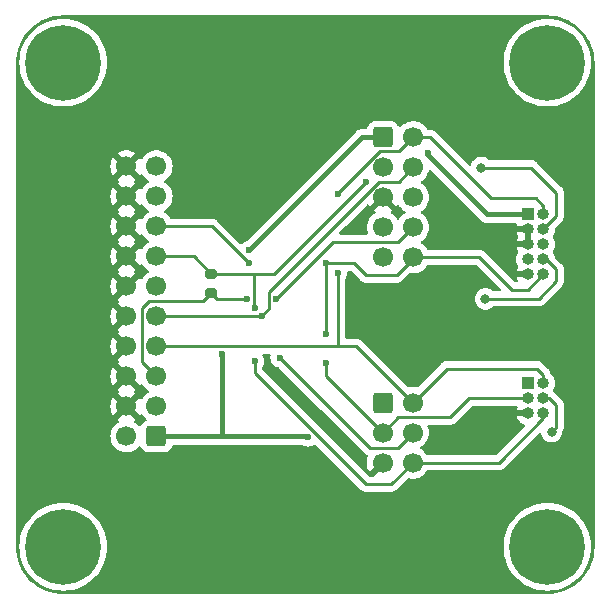
<source format=gbr>
%TF.GenerationSoftware,KiCad,Pcbnew,(7.0.0)*%
%TF.CreationDate,2023-03-27T10:38:50+02:00*%
%TF.ProjectId,JTAG-SWD Adapter,4a544147-2d53-4574-9420-416461707465,rev?*%
%TF.SameCoordinates,Original*%
%TF.FileFunction,Copper,L1,Top*%
%TF.FilePolarity,Positive*%
%FSLAX46Y46*%
G04 Gerber Fmt 4.6, Leading zero omitted, Abs format (unit mm)*
G04 Created by KiCad (PCBNEW (7.0.0)) date 2023-03-27 10:38:50*
%MOMM*%
%LPD*%
G01*
G04 APERTURE LIST*
G04 Aperture macros list*
%AMRoundRect*
0 Rectangle with rounded corners*
0 $1 Rounding radius*
0 $2 $3 $4 $5 $6 $7 $8 $9 X,Y pos of 4 corners*
0 Add a 4 corners polygon primitive as box body*
4,1,4,$2,$3,$4,$5,$6,$7,$8,$9,$2,$3,0*
0 Add four circle primitives for the rounded corners*
1,1,$1+$1,$2,$3*
1,1,$1+$1,$4,$5*
1,1,$1+$1,$6,$7*
1,1,$1+$1,$8,$9*
0 Add four rect primitives between the rounded corners*
20,1,$1+$1,$2,$3,$4,$5,0*
20,1,$1+$1,$4,$5,$6,$7,0*
20,1,$1+$1,$6,$7,$8,$9,0*
20,1,$1+$1,$8,$9,$2,$3,0*%
G04 Aperture macros list end*
%TA.AperFunction,ComponentPad*%
%ADD10C,0.800000*%
%TD*%
%TA.AperFunction,ComponentPad*%
%ADD11C,6.400000*%
%TD*%
%TA.AperFunction,ComponentPad*%
%ADD12R,1.000000X1.000000*%
%TD*%
%TA.AperFunction,ComponentPad*%
%ADD13O,1.000000X1.000000*%
%TD*%
%TA.AperFunction,SMDPad,CuDef*%
%ADD14RoundRect,0.200000X0.275000X-0.200000X0.275000X0.200000X-0.275000X0.200000X-0.275000X-0.200000X0*%
%TD*%
%TA.AperFunction,ComponentPad*%
%ADD15RoundRect,0.250000X0.600000X0.600000X-0.600000X0.600000X-0.600000X-0.600000X0.600000X-0.600000X0*%
%TD*%
%TA.AperFunction,ComponentPad*%
%ADD16C,1.700000*%
%TD*%
%TA.AperFunction,ComponentPad*%
%ADD17RoundRect,0.250000X-0.600000X-0.600000X0.600000X-0.600000X0.600000X0.600000X-0.600000X0.600000X0*%
%TD*%
%TA.AperFunction,ViaPad*%
%ADD18C,0.600000*%
%TD*%
%TA.AperFunction,ViaPad*%
%ADD19C,0.800000*%
%TD*%
%TA.AperFunction,Conductor*%
%ADD20C,0.400000*%
%TD*%
%TA.AperFunction,Conductor*%
%ADD21C,0.250000*%
%TD*%
G04 APERTURE END LIST*
D10*
%TO.P,H4,1*%
%TO.N,N/C*%
X102000000Y-147600000D03*
X103697056Y-151697056D03*
X103697056Y-148302944D03*
X104400000Y-150000000D03*
D11*
X102000000Y-150000000D03*
D10*
X102000000Y-152400000D03*
X100302944Y-148302944D03*
X100302944Y-151697056D03*
X99600000Y-150000000D03*
%TD*%
%TO.P,H3,1*%
%TO.N,N/C*%
X143000000Y-147600000D03*
X144697056Y-151697056D03*
X144697056Y-148302944D03*
X145400000Y-150000000D03*
D11*
X143000000Y-150000000D03*
D10*
X143000000Y-152400000D03*
X141302944Y-148302944D03*
X141302944Y-151697056D03*
X140600000Y-150000000D03*
%TD*%
%TO.P,H2,1*%
%TO.N,N/C*%
X143000000Y-106600000D03*
X144697056Y-110697056D03*
X144697056Y-107302944D03*
X145400000Y-109000000D03*
D11*
X143000000Y-109000000D03*
D10*
X143000000Y-111400000D03*
X141302944Y-107302944D03*
X141302944Y-110697056D03*
X140600000Y-109000000D03*
%TD*%
%TO.P,H1,1*%
%TO.N,N/C*%
X102000000Y-106600000D03*
X103697056Y-110697056D03*
X103697056Y-107302944D03*
X104400000Y-109000000D03*
D11*
X102000000Y-109000000D03*
D10*
X102000000Y-111400000D03*
X100302944Y-107302944D03*
X100302944Y-110697056D03*
X99600000Y-109000000D03*
%TD*%
D12*
%TO.P,J5,1,VTref*%
%TO.N,VREF*%
X141364999Y-121859999D03*
D13*
%TO.P,J5,2,SWDIO/TMS*%
%TO.N,TMS{slash}SWDIO*%
X142634999Y-121859999D03*
%TO.P,J5,3,GND*%
%TO.N,GND*%
X141364999Y-123129999D03*
%TO.P,J5,4,SWDCLK/TCK*%
%TO.N,TCK{slash}SWDCLK*%
X142634999Y-123129999D03*
%TO.P,J5,5,GND*%
%TO.N,GND*%
X141364999Y-124399999D03*
%TO.P,J5,6,SWO/TDO*%
%TO.N,TDO{slash}SWO*%
X142634999Y-124399999D03*
%TO.P,J5,7,KEY*%
%TO.N,unconnected-(J5-KEY-Pad7)*%
X141364999Y-125669999D03*
%TO.P,J5,8,NC/TDI*%
%TO.N,TDI*%
X142634999Y-125669999D03*
%TO.P,J5,9,GNDDetect*%
%TO.N,GND*%
X141364999Y-126939999D03*
%TO.P,J5,10,~{RESET}*%
%TO.N,nRST*%
X142634999Y-126939999D03*
%TD*%
D14*
%TO.P,R1,1*%
%TO.N,TDI*%
X114550000Y-128525000D03*
%TO.P,R1,2*%
%TO.N,TDO{slash}SWO*%
X114550000Y-126875000D03*
%TD*%
D15*
%TO.P,J3,1,VTREF*%
%TO.N,VREF*%
X109902500Y-140640000D03*
D16*
%TO.P,J3,2,VCC/NC*%
%TO.N,VCC*%
X107362500Y-140640000D03*
%TO.P,J3,3,~{TRST}*%
%TO.N,nTRST*%
X109902500Y-138100000D03*
%TO.P,J3,4,GND*%
%TO.N,GND*%
X107362500Y-138100000D03*
%TO.P,J3,5,TDI*%
%TO.N,TDI*%
X109902500Y-135560000D03*
%TO.P,J3,6,GND*%
%TO.N,GND*%
X107362500Y-135560000D03*
%TO.P,J3,7,TMS/SWDIO*%
%TO.N,TMS{slash}SWDIO*%
X109902500Y-133020000D03*
%TO.P,J3,8,GND*%
%TO.N,GND*%
X107362500Y-133020000D03*
%TO.P,J3,9,TCK/SWDCLK*%
%TO.N,TCK{slash}SWDCLK*%
X109902500Y-130480000D03*
%TO.P,J3,10,GND*%
%TO.N,GND*%
X107362500Y-130480000D03*
%TO.P,J3,11,RTCK*%
%TO.N,RTCK*%
X109902500Y-127940000D03*
%TO.P,J3,12,GND*%
%TO.N,GND*%
X107362500Y-127940000D03*
%TO.P,J3,13,TDO/SWO*%
%TO.N,TDO{slash}SWO*%
X109902500Y-125400000D03*
%TO.P,J3,14,GND*%
%TO.N,GND*%
X107362500Y-125400000D03*
%TO.P,J3,15,~{SRST}*%
%TO.N,nRST*%
X109902500Y-122860000D03*
%TO.P,J3,16,GND*%
%TO.N,GND*%
X107362500Y-122860000D03*
%TO.P,J3,17,DBGRQ/NC*%
%TO.N,DBGRQ*%
X109902500Y-120320000D03*
%TO.P,J3,18,GND*%
%TO.N,GND*%
X107362500Y-120320000D03*
%TO.P,J3,19,DBGACK/NC*%
%TO.N,DBGACK*%
X109902500Y-117780000D03*
%TO.P,J3,20,GND*%
%TO.N,GND*%
X107362500Y-117780000D03*
%TD*%
D17*
%TO.P,J2,1,VTref*%
%TO.N,VREF*%
X129097500Y-115320000D03*
D16*
%TO.P,J2,2,SWDIO/TMS*%
%TO.N,TMS{slash}SWDIO*%
X131637500Y-115320000D03*
%TO.P,J2,3,GND*%
%TO.N,GND*%
X129097500Y-117860000D03*
%TO.P,J2,4,SWDCLK/TCK*%
%TO.N,TCK{slash}SWDCLK*%
X131637500Y-117860000D03*
%TO.P,J2,5,GND*%
%TO.N,GND*%
X129097500Y-120400000D03*
%TO.P,J2,6,SWO/TDO*%
%TO.N,TDO{slash}SWO*%
X131637500Y-120400000D03*
%TO.P,J2,7,KEY*%
%TO.N,unconnected-(J2-KEY-Pad7)*%
X129097500Y-122940000D03*
%TO.P,J2,8,NC/TDI*%
%TO.N,TDI*%
X131637500Y-122940000D03*
%TO.P,J2,9,GNDDetect*%
%TO.N,GND*%
X129097500Y-125480000D03*
%TO.P,J2,10,~{RESET}*%
%TO.N,nRST*%
X131637500Y-125480000D03*
%TD*%
D17*
%TO.P,J1,1,Pin_1*%
%TO.N,VREF*%
X129050000Y-137800000D03*
D16*
%TO.P,J1,2,Pin_2*%
%TO.N,TMS{slash}SWDIO*%
X131590000Y-137800000D03*
%TO.P,J1,3,Pin_3*%
%TO.N,nRST*%
X129050000Y-140340000D03*
%TO.P,J1,4,Pin_4*%
%TO.N,TCK{slash}SWDCLK*%
X131590000Y-140340000D03*
%TO.P,J1,5,Pin_5*%
%TO.N,GND*%
X129050000Y-142880000D03*
%TO.P,J1,6,Pin_6*%
%TO.N,TDO{slash}SWO*%
X131590000Y-142880000D03*
%TD*%
D12*
%TO.P,J4,1,Pin_1*%
%TO.N,VREF*%
X141364999Y-136129999D03*
D13*
%TO.P,J4,2,Pin_2*%
%TO.N,TMS{slash}SWDIO*%
X142634999Y-136129999D03*
%TO.P,J4,3,Pin_3*%
%TO.N,nRST*%
X141364999Y-137399999D03*
%TO.P,J4,4,Pin_4*%
%TO.N,TCK{slash}SWDCLK*%
X142634999Y-137399999D03*
%TO.P,J4,5,Pin_5*%
%TO.N,GND*%
X141364999Y-138669999D03*
%TO.P,J4,6,Pin_6*%
%TO.N,TDO{slash}SWO*%
X142634999Y-138669999D03*
%TD*%
D18*
%TO.N,VREF*%
X122750000Y-140700000D03*
X115450000Y-133700000D03*
X117750000Y-124900000D03*
X132900000Y-116650000D03*
%TO.N,TMS{slash}SWDIO*%
X125250000Y-120100000D03*
X125250000Y-126800000D03*
%TO.N,nRST*%
X124250000Y-134400000D03*
X117750000Y-126000000D03*
X124250000Y-126000000D03*
X124250000Y-132000000D03*
%TO.N,TCK{slash}SWDCLK*%
X118874500Y-130480000D03*
D19*
X137400000Y-117900000D03*
X143359500Y-140250000D03*
D18*
X120350000Y-134000000D03*
D19*
%TO.N,GND*%
X126959000Y-142212000D03*
X134198000Y-141831000D03*
D18*
%TO.N,TDO{slash}SWO*%
X127650000Y-119100000D03*
X118215334Y-134300000D03*
X118250000Y-129800000D03*
%TO.N,TDI*%
X117550000Y-129000000D03*
D19*
X137750000Y-129000000D03*
D18*
X120050000Y-129000000D03*
%TD*%
D20*
%TO.N,VREF*%
X115410000Y-140640000D02*
X122690000Y-140640000D01*
X129097500Y-115320000D02*
X127330000Y-115320000D01*
X127330000Y-115320000D02*
X117750000Y-124900000D01*
X137915000Y-121860000D02*
X141365000Y-121860000D01*
X115450000Y-140600000D02*
X115410000Y-140640000D01*
X115450000Y-133700000D02*
X115450000Y-140600000D01*
X132900000Y-116845000D02*
X137915000Y-121860000D01*
X122690000Y-140640000D02*
X122750000Y-140700000D01*
X109902500Y-140640000D02*
X115410000Y-140640000D01*
X132900000Y-116650000D02*
X132900000Y-116845000D01*
D21*
%TO.N,TMS{slash}SWDIO*%
X142000000Y-120500000D02*
X138250000Y-120500000D01*
X131590000Y-137800000D02*
X134490000Y-134900000D01*
X142635000Y-121135000D02*
X142000000Y-120500000D01*
X126790000Y-133000000D02*
X131590000Y-137800000D01*
X138250000Y-120500000D02*
X133070000Y-115320000D01*
X133070000Y-115320000D02*
X131637500Y-115320000D01*
X130462980Y-116494520D02*
X131637500Y-115320000D01*
X125250000Y-120100000D02*
X125250000Y-120046490D01*
X142635000Y-135422894D02*
X142635000Y-136130000D01*
X125250000Y-133000000D02*
X125250000Y-126800000D01*
X109902500Y-133020000D02*
X125230000Y-133020000D01*
X134490000Y-134900000D02*
X142112106Y-134900000D01*
X142112106Y-134900000D02*
X142635000Y-135422894D01*
X125250000Y-133000000D02*
X126790000Y-133000000D01*
X125230000Y-133020000D02*
X125250000Y-133000000D01*
X142635000Y-121860000D02*
X142635000Y-121135000D01*
X125250000Y-120046490D02*
X128801970Y-116494520D01*
X128801970Y-116494520D02*
X130462980Y-116494520D01*
%TO.N,nRST*%
X131637500Y-125612500D02*
X131637500Y-125480000D01*
X127650000Y-127000000D02*
X130250000Y-127000000D01*
X140000000Y-128250000D02*
X137230000Y-125480000D01*
X124250000Y-135540000D02*
X129050000Y-140340000D01*
X130353000Y-139037000D02*
X134763000Y-139037000D01*
X124250000Y-134400000D02*
X124250000Y-135540000D01*
X124250000Y-132000000D02*
X124250000Y-126000000D01*
X114610000Y-122860000D02*
X117750000Y-126000000D01*
X126650000Y-126000000D02*
X127650000Y-127000000D01*
X109902500Y-122860000D02*
X114610000Y-122860000D01*
X136400000Y-137400000D02*
X141365000Y-137400000D01*
X142635000Y-126940000D02*
X141325000Y-128250000D01*
X130250000Y-127000000D02*
X131637500Y-125612500D01*
X141325000Y-128250000D02*
X140000000Y-128250000D01*
X124250000Y-126000000D02*
X126650000Y-126000000D01*
X137230000Y-125480000D02*
X131637500Y-125480000D01*
X134763000Y-139037000D02*
X136400000Y-137400000D01*
X129050000Y-140340000D02*
X130353000Y-139037000D01*
%TO.N,TCK{slash}SWDCLK*%
X143750000Y-122015000D02*
X142635000Y-123130000D01*
X128736490Y-119100000D02*
X130397500Y-119100000D01*
X119425489Y-129824511D02*
X119425489Y-128411001D01*
X141650000Y-117900000D02*
X143750000Y-120000000D01*
X130330000Y-141600000D02*
X127950000Y-141600000D01*
X143750000Y-138000000D02*
X143150000Y-137400000D01*
X113630000Y-130480000D02*
X109902500Y-130480000D01*
X131590000Y-140340000D02*
X130330000Y-141600000D01*
X113630000Y-130480000D02*
X117356490Y-130480000D01*
X143750000Y-120000000D02*
X143750000Y-122015000D01*
X119425489Y-128411001D02*
X128736490Y-119100000D01*
X143750000Y-139859500D02*
X143750000Y-138000000D01*
X127950000Y-141600000D02*
X120350000Y-134000000D01*
X137400000Y-117900000D02*
X141650000Y-117900000D01*
X118770000Y-130480000D02*
X119425489Y-129824511D01*
X117356490Y-130480000D02*
X118770000Y-130480000D01*
X130397500Y-119100000D02*
X131637500Y-117860000D01*
X143359500Y-140250000D02*
X143750000Y-139859500D01*
X143150000Y-137400000D02*
X142635000Y-137400000D01*
%TO.N,TDO{slash}SWO*%
X131590000Y-142880000D02*
X138870000Y-142880000D01*
X119875000Y-126875000D02*
X118125000Y-126875000D01*
X118174511Y-129724511D02*
X118250000Y-129800000D01*
X127650000Y-144700000D02*
X129770000Y-144700000D01*
X118215334Y-134300000D02*
X118215334Y-135265334D01*
X118125000Y-126875000D02*
X118174511Y-126924511D01*
X118215334Y-135265334D02*
X127650000Y-144700000D01*
X129770000Y-144700000D02*
X131590000Y-142880000D01*
X118125000Y-126875000D02*
X114550000Y-126875000D01*
X127650000Y-119100000D02*
X119875000Y-126875000D01*
X114550000Y-126875000D02*
X113075000Y-125400000D01*
X118174511Y-126924511D02*
X118174511Y-129724511D01*
X138870000Y-142880000D02*
X142635000Y-139115000D01*
X142635000Y-139115000D02*
X142635000Y-138670000D01*
X113075000Y-125400000D02*
X109902500Y-125400000D01*
%TO.N,TDI*%
X115025000Y-129000000D02*
X117550000Y-129000000D01*
X108650000Y-134307500D02*
X108650000Y-129800000D01*
X109902500Y-135560000D02*
X108650000Y-134307500D01*
X109250000Y-129200000D02*
X113875000Y-129200000D01*
X143750000Y-127500000D02*
X143750000Y-126500000D01*
X108650000Y-129800000D02*
X109250000Y-129200000D01*
X143750000Y-126500000D02*
X142920000Y-125670000D01*
X142250000Y-129000000D02*
X143750000Y-127500000D01*
X120050000Y-129000000D02*
X124850000Y-124200000D01*
X137750000Y-129000000D02*
X142250000Y-129000000D01*
X124850000Y-124200000D02*
X130377500Y-124200000D01*
X113875000Y-129200000D02*
X114550000Y-128525000D01*
X130377500Y-124200000D02*
X131637500Y-122940000D01*
X114550000Y-128525000D02*
X115025000Y-129000000D01*
X142920000Y-125670000D02*
X142635000Y-125670000D01*
%TD*%
%TA.AperFunction,Conductor*%
%TO.N,GND*%
G36*
X119492031Y-133665978D02*
G01*
X119535873Y-133700942D01*
X119560203Y-133751466D01*
X119560201Y-133807542D01*
X119559121Y-133812269D01*
X119556783Y-133818953D01*
X119555991Y-133825981D01*
X119555990Y-133825986D01*
X119547796Y-133898714D01*
X119536384Y-134000000D01*
X119556783Y-134181047D01*
X119559118Y-134187720D01*
X119559119Y-134187724D01*
X119614619Y-134346335D01*
X119614621Y-134346339D01*
X119616957Y-134353015D01*
X119620719Y-134359003D01*
X119620721Y-134359006D01*
X119708661Y-134498962D01*
X119713889Y-134507281D01*
X119842719Y-134636111D01*
X119996985Y-134733043D01*
X120168953Y-134793217D01*
X120213453Y-134798230D01*
X120254012Y-134809915D01*
X120288438Y-134834342D01*
X123867440Y-138413345D01*
X127446347Y-141992252D01*
X127453886Y-142000535D01*
X127458000Y-142007018D01*
X127463782Y-142012447D01*
X127463784Y-142012450D01*
X127507649Y-142053642D01*
X127510492Y-142056397D01*
X127530230Y-142076135D01*
X127533360Y-142078563D01*
X127533432Y-142078619D01*
X127542440Y-142086313D01*
X127574679Y-142116586D01*
X127581627Y-142120405D01*
X127581629Y-142120407D01*
X127592426Y-142126343D01*
X127608950Y-142137197D01*
X127618694Y-142144755D01*
X127618697Y-142144757D01*
X127624959Y-142149614D01*
X127632232Y-142152761D01*
X127665535Y-142167172D01*
X127676200Y-142172397D01*
X127707985Y-142189872D01*
X127707989Y-142189873D01*
X127714940Y-142193695D01*
X127722627Y-142195668D01*
X127724374Y-142196360D01*
X127777680Y-142236450D01*
X127803053Y-142298133D01*
X127793383Y-142364127D01*
X127763268Y-142432782D01*
X127759900Y-142442592D01*
X127707209Y-142650664D01*
X127705500Y-142660907D01*
X127687776Y-142874811D01*
X127687776Y-142885189D01*
X127705500Y-143099092D01*
X127707209Y-143109335D01*
X127759900Y-143317407D01*
X127763270Y-143327223D01*
X127849488Y-143523778D01*
X127854431Y-143532913D01*
X127919233Y-143632099D01*
X127927328Y-143639947D01*
X127936860Y-143633928D01*
X128960904Y-142609884D01*
X129017388Y-142577272D01*
X129082610Y-142577272D01*
X129139094Y-142609884D01*
X129320114Y-142790904D01*
X129352726Y-142847388D01*
X129352726Y-142912610D01*
X129320114Y-142969094D01*
X128296978Y-143992230D01*
X128292026Y-144001233D01*
X128245753Y-144048963D01*
X128181629Y-144066500D01*
X127964594Y-144066500D01*
X127916376Y-144056909D01*
X127875499Y-144029595D01*
X118885739Y-135039834D01*
X118858425Y-134998957D01*
X118848834Y-134950739D01*
X118848834Y-134847736D01*
X118868147Y-134780700D01*
X118890826Y-134744607D01*
X118948377Y-134653015D01*
X119008551Y-134481047D01*
X119028950Y-134300000D01*
X119008551Y-134118953D01*
X118948377Y-133946985D01*
X118943007Y-133938439D01*
X118885261Y-133846536D01*
X118865998Y-133783034D01*
X118881670Y-133718551D01*
X118927931Y-133670975D01*
X118991948Y-133653500D01*
X119437361Y-133653500D01*
X119492031Y-133665978D01*
G37*
%TD.AperFunction*%
%TA.AperFunction,Conductor*%
G36*
X140414145Y-138049869D02*
G01*
X140460114Y-138094723D01*
X140478002Y-138156408D01*
X140463162Y-138218896D01*
X140432141Y-138276931D01*
X140427426Y-138288313D01*
X140392977Y-138401877D01*
X140392272Y-138413345D01*
X140403448Y-138416000D01*
X141493000Y-138416000D01*
X141556000Y-138432881D01*
X141602119Y-138479000D01*
X141619000Y-138542000D01*
X141619000Y-138798000D01*
X141602119Y-138861000D01*
X141556000Y-138907119D01*
X141493000Y-138924000D01*
X140403448Y-138924000D01*
X140392272Y-138926654D01*
X140392977Y-138938122D01*
X140427426Y-139051686D01*
X140432141Y-139063069D01*
X140519904Y-139227261D01*
X140526755Y-139237514D01*
X140644861Y-139381427D01*
X140653572Y-139390138D01*
X140797485Y-139508244D01*
X140807738Y-139515095D01*
X140971930Y-139602858D01*
X140983303Y-139607569D01*
X140984091Y-139607808D01*
X140984523Y-139608074D01*
X140989030Y-139609941D01*
X140988729Y-139610666D01*
X141038772Y-139641500D01*
X141069742Y-139697766D01*
X141068955Y-139761989D01*
X141036614Y-139817479D01*
X138644500Y-142209595D01*
X138603623Y-142236909D01*
X138555405Y-142246500D01*
X132867038Y-142246500D01*
X132807069Y-142231314D01*
X132761555Y-142189416D01*
X132748564Y-142169532D01*
X132665722Y-142042732D01*
X132591679Y-141962301D01*
X132516772Y-141880930D01*
X132516767Y-141880925D01*
X132513240Y-141877094D01*
X132335576Y-141738811D01*
X132331002Y-141736336D01*
X132330995Y-141736331D01*
X132302320Y-141720814D01*
X132254048Y-141674498D01*
X132236289Y-141610000D01*
X132254048Y-141545502D01*
X132302320Y-141499186D01*
X132317669Y-141490880D01*
X132335576Y-141481189D01*
X132513240Y-141342906D01*
X132665722Y-141177268D01*
X132788860Y-140988791D01*
X132879296Y-140782616D01*
X132934564Y-140564368D01*
X132953156Y-140340000D01*
X132934564Y-140115632D01*
X132879296Y-139897384D01*
X132874319Y-139886038D01*
X132857246Y-139847114D01*
X132847063Y-139786095D01*
X132867150Y-139727585D01*
X132912664Y-139685686D01*
X132972633Y-139670500D01*
X134684233Y-139670500D01*
X134695416Y-139671027D01*
X134702909Y-139672702D01*
X134770985Y-139670562D01*
X134774945Y-139670500D01*
X134798894Y-139670500D01*
X134802856Y-139670500D01*
X134806856Y-139669994D01*
X134818699Y-139669061D01*
X134862889Y-139667673D01*
X134882333Y-139662023D01*
X134901702Y-139658012D01*
X134921797Y-139655474D01*
X134962915Y-139639193D01*
X134974117Y-139635357D01*
X135016593Y-139623018D01*
X135034039Y-139612699D01*
X135051769Y-139604013D01*
X135070617Y-139596552D01*
X135106387Y-139570561D01*
X135116298Y-139564051D01*
X135154362Y-139541542D01*
X135168688Y-139527215D01*
X135183717Y-139514378D01*
X135200107Y-139502472D01*
X135228294Y-139468397D01*
X135236262Y-139459640D01*
X136625501Y-138070402D01*
X136666376Y-138043091D01*
X136714594Y-138033500D01*
X140352040Y-138033500D01*
X140414145Y-138049869D01*
G37*
%TD.AperFunction*%
%TA.AperFunction,Conductor*%
G36*
X133170253Y-118117223D02*
G01*
X137396171Y-122343141D01*
X137401388Y-122348682D01*
X137441727Y-122394215D01*
X137447999Y-122398544D01*
X137448000Y-122398545D01*
X137491768Y-122428756D01*
X137497899Y-122433267D01*
X137528657Y-122457365D01*
X137545774Y-122470775D01*
X137555072Y-122474959D01*
X137574926Y-122486157D01*
X137583325Y-122491954D01*
X137640203Y-122513524D01*
X137647177Y-122516413D01*
X137702671Y-122541389D01*
X137712705Y-122543227D01*
X137734662Y-122549348D01*
X137744199Y-122552965D01*
X137804604Y-122560299D01*
X137812052Y-122561433D01*
X137871907Y-122572402D01*
X137932609Y-122568730D01*
X137940218Y-122568500D01*
X140313336Y-122568500D01*
X140372732Y-122583378D01*
X140418101Y-122624498D01*
X140438729Y-122682150D01*
X140429745Y-122742718D01*
X140427425Y-122748317D01*
X140392977Y-122861877D01*
X140392272Y-122873345D01*
X140403448Y-122876000D01*
X141493000Y-122876000D01*
X141556000Y-122892881D01*
X141602119Y-122939000D01*
X141619000Y-123002000D01*
X141619000Y-124528000D01*
X141602119Y-124591000D01*
X141556000Y-124637119D01*
X141493000Y-124654000D01*
X140403448Y-124654000D01*
X140392272Y-124656654D01*
X140392977Y-124668122D01*
X140427426Y-124781686D01*
X140432141Y-124793069D01*
X140519907Y-124957266D01*
X140524769Y-124964543D01*
X140543584Y-125009963D01*
X140543584Y-125059125D01*
X140525135Y-125103669D01*
X140522405Y-125106996D01*
X140519488Y-125112453D01*
X140519485Y-125112458D01*
X140441154Y-125259006D01*
X140428759Y-125282196D01*
X140426963Y-125288116D01*
X140426962Y-125288119D01*
X140372888Y-125466376D01*
X140372886Y-125466382D01*
X140371092Y-125472299D01*
X140370486Y-125478450D01*
X140370484Y-125478461D01*
X140357751Y-125607747D01*
X140351620Y-125670000D01*
X140352227Y-125676163D01*
X140370484Y-125861538D01*
X140370485Y-125861547D01*
X140371092Y-125867701D01*
X140372887Y-125873619D01*
X140372888Y-125873623D01*
X140405309Y-125980500D01*
X140428759Y-126057804D01*
X140431678Y-126063265D01*
X140519486Y-126227544D01*
X140519488Y-126227548D01*
X140522405Y-126233004D01*
X140525134Y-126236329D01*
X140543583Y-126280871D01*
X140543584Y-126330029D01*
X140524775Y-126375446D01*
X140519908Y-126382730D01*
X140432141Y-126546930D01*
X140427426Y-126558313D01*
X140392977Y-126671877D01*
X140392272Y-126683345D01*
X140403448Y-126686000D01*
X141493000Y-126686000D01*
X141556000Y-126702881D01*
X141602119Y-126749000D01*
X141619000Y-126812000D01*
X141619000Y-127007905D01*
X141609409Y-127056123D01*
X141582095Y-127097000D01*
X141522000Y-127157095D01*
X141481123Y-127184409D01*
X141432905Y-127194000D01*
X140403448Y-127194000D01*
X140392272Y-127196654D01*
X140392977Y-127208122D01*
X140427426Y-127321686D01*
X140432141Y-127333069D01*
X140484542Y-127431104D01*
X140499382Y-127493592D01*
X140481494Y-127555277D01*
X140435525Y-127600131D01*
X140373420Y-127616500D01*
X140314594Y-127616500D01*
X140266376Y-127606909D01*
X140225499Y-127579595D01*
X138987107Y-126341203D01*
X137733646Y-125087741D01*
X137726112Y-125079463D01*
X137722000Y-125072982D01*
X137672348Y-125026356D01*
X137669506Y-125023601D01*
X137652574Y-125006669D01*
X137652573Y-125006668D01*
X137649770Y-125003865D01*
X137646575Y-125001386D01*
X137637554Y-124993682D01*
X137611097Y-124968838D01*
X137605321Y-124963414D01*
X137598377Y-124959596D01*
X137598371Y-124959592D01*
X137587566Y-124953652D01*
X137571047Y-124942801D01*
X137555041Y-124930386D01*
X137547766Y-124927238D01*
X137547763Y-124927236D01*
X137514466Y-124912828D01*
X137503804Y-124907605D01*
X137472007Y-124890124D01*
X137472005Y-124890123D01*
X137465060Y-124886305D01*
X137457383Y-124884334D01*
X137457381Y-124884333D01*
X137445438Y-124881267D01*
X137426734Y-124874863D01*
X137415420Y-124869967D01*
X137415418Y-124869966D01*
X137408145Y-124866819D01*
X137400319Y-124865579D01*
X137400318Y-124865579D01*
X137364475Y-124859902D01*
X137352859Y-124857496D01*
X137310030Y-124846500D01*
X137302101Y-124846500D01*
X137289776Y-124846500D01*
X137270065Y-124844949D01*
X137257885Y-124843019D01*
X137257878Y-124843018D01*
X137250057Y-124841780D01*
X137242173Y-124842525D01*
X137242165Y-124842525D01*
X137206039Y-124845941D01*
X137194181Y-124846500D01*
X132914538Y-124846500D01*
X132854569Y-124831314D01*
X132809055Y-124789416D01*
X132808002Y-124787804D01*
X132713222Y-124642732D01*
X132607603Y-124528000D01*
X132564272Y-124480930D01*
X132564267Y-124480925D01*
X132560740Y-124477094D01*
X132383076Y-124338811D01*
X132378502Y-124336336D01*
X132378495Y-124336331D01*
X132349820Y-124320814D01*
X132301548Y-124274498D01*
X132283789Y-124210000D01*
X132301548Y-124145502D01*
X132303796Y-124143345D01*
X140392272Y-124143345D01*
X140403448Y-124146000D01*
X141094410Y-124146000D01*
X141107493Y-124142493D01*
X141111000Y-124129410D01*
X141111000Y-123400590D01*
X141107493Y-123387506D01*
X141094410Y-123384000D01*
X140403448Y-123384000D01*
X140392272Y-123386654D01*
X140392977Y-123398122D01*
X140427426Y-123511686D01*
X140432141Y-123523069D01*
X140519905Y-123687263D01*
X140525071Y-123694994D01*
X140543886Y-123740413D01*
X140543888Y-123789576D01*
X140525076Y-123834996D01*
X140519908Y-123842730D01*
X140432141Y-124006930D01*
X140427426Y-124018313D01*
X140392977Y-124131877D01*
X140392272Y-124143345D01*
X132303796Y-124143345D01*
X132349820Y-124099186D01*
X132378495Y-124083668D01*
X132378494Y-124083668D01*
X132383076Y-124081189D01*
X132560740Y-123942906D01*
X132713222Y-123777268D01*
X132836360Y-123588791D01*
X132926796Y-123382616D01*
X132982064Y-123164368D01*
X133000656Y-122940000D01*
X132982064Y-122715632D01*
X132926796Y-122497384D01*
X132836360Y-122291209D01*
X132713222Y-122102732D01*
X132636048Y-122018899D01*
X132564272Y-121940930D01*
X132564267Y-121940925D01*
X132560740Y-121937094D01*
X132383076Y-121798811D01*
X132378497Y-121796333D01*
X132378494Y-121796331D01*
X132349818Y-121780812D01*
X132301547Y-121734494D01*
X132283789Y-121669996D01*
X132301550Y-121605499D01*
X132349821Y-121559185D01*
X132383076Y-121541189D01*
X132560740Y-121402906D01*
X132713222Y-121237268D01*
X132836360Y-121048791D01*
X132926796Y-120842616D01*
X132982064Y-120624368D01*
X133000656Y-120400000D01*
X132982064Y-120175632D01*
X132926796Y-119957384D01*
X132836360Y-119751209D01*
X132713222Y-119562732D01*
X132618761Y-119460121D01*
X132564272Y-119400930D01*
X132564267Y-119400925D01*
X132560740Y-119397094D01*
X132383076Y-119258811D01*
X132378502Y-119256336D01*
X132378495Y-119256331D01*
X132349820Y-119240814D01*
X132301548Y-119194498D01*
X132283789Y-119130000D01*
X132301548Y-119065502D01*
X132349820Y-119019186D01*
X132378495Y-119003668D01*
X132378494Y-119003668D01*
X132383076Y-119001189D01*
X132560740Y-118862906D01*
X132713222Y-118697268D01*
X132836360Y-118508791D01*
X132926796Y-118302616D01*
X132959015Y-118175382D01*
X132991146Y-118118148D01*
X133047709Y-118084839D01*
X133113350Y-118084500D01*
X133170253Y-118117223D01*
G37*
%TD.AperFunction*%
%TA.AperFunction,Conductor*%
G36*
X129186594Y-120129884D02*
G01*
X130210638Y-121153928D01*
X130220170Y-121159947D01*
X130228265Y-121152099D01*
X130261717Y-121100898D01*
X130307231Y-121058999D01*
X130367200Y-121043813D01*
X130427169Y-121058999D01*
X130472683Y-121100898D01*
X130561778Y-121237268D01*
X130565306Y-121241100D01*
X130710727Y-121399069D01*
X130710731Y-121399073D01*
X130714260Y-121402906D01*
X130891924Y-121541189D01*
X130896502Y-121543666D01*
X130896509Y-121543671D01*
X130925180Y-121559187D01*
X130973451Y-121605503D01*
X130991210Y-121670000D01*
X130973451Y-121734497D01*
X130925180Y-121780813D01*
X130896509Y-121796328D01*
X130896493Y-121796338D01*
X130891924Y-121798811D01*
X130887813Y-121802010D01*
X130887811Y-121802012D01*
X130718378Y-121933888D01*
X130718372Y-121933893D01*
X130714260Y-121937094D01*
X130710737Y-121940919D01*
X130710727Y-121940930D01*
X130565306Y-122098899D01*
X130565302Y-122098902D01*
X130561778Y-122102732D01*
X130558930Y-122107090D01*
X130558927Y-122107095D01*
X130472983Y-122238643D01*
X130427469Y-122280542D01*
X130367500Y-122295728D01*
X130307531Y-122280542D01*
X130262017Y-122238643D01*
X130247345Y-122216186D01*
X130173222Y-122102732D01*
X130096048Y-122018899D01*
X130024272Y-121940930D01*
X130024267Y-121940925D01*
X130020740Y-121937094D01*
X129843076Y-121798811D01*
X129838500Y-121796334D01*
X129838490Y-121796328D01*
X129809294Y-121780529D01*
X129761021Y-121734213D01*
X129743262Y-121669715D01*
X129761022Y-121605217D01*
X129809294Y-121558900D01*
X129838225Y-121543243D01*
X129846910Y-121537569D01*
X129849052Y-121535902D01*
X129857287Y-121524533D01*
X129850519Y-121512229D01*
X129109229Y-120770939D01*
X129097499Y-120764167D01*
X129085771Y-120770938D01*
X128344478Y-121512230D01*
X128337710Y-121524532D01*
X128345946Y-121535901D01*
X128348092Y-121537571D01*
X128356777Y-121543245D01*
X128385706Y-121558901D01*
X128433978Y-121605217D01*
X128451737Y-121669715D01*
X128433978Y-121734212D01*
X128385707Y-121780528D01*
X128374201Y-121786755D01*
X128356500Y-121796334D01*
X128356494Y-121796337D01*
X128351924Y-121798811D01*
X128347813Y-121802010D01*
X128347811Y-121802012D01*
X128178378Y-121933888D01*
X128178372Y-121933893D01*
X128174260Y-121937094D01*
X128170737Y-121940919D01*
X128170727Y-121940930D01*
X128025306Y-122098899D01*
X128025302Y-122098902D01*
X128021778Y-122102732D01*
X128018930Y-122107090D01*
X128018927Y-122107095D01*
X127912415Y-122270124D01*
X127898640Y-122291209D01*
X127896548Y-122295978D01*
X127896546Y-122295982D01*
X127810299Y-122492606D01*
X127810296Y-122492614D01*
X127808204Y-122497384D01*
X127806923Y-122502440D01*
X127806922Y-122502445D01*
X127789207Y-122572402D01*
X127752936Y-122715632D01*
X127752506Y-122720820D01*
X127752505Y-122720827D01*
X127740808Y-122861989D01*
X127734344Y-122940000D01*
X127734774Y-122945189D01*
X127750598Y-123136163D01*
X127752936Y-123164368D01*
X127808204Y-123382616D01*
X127810297Y-123387389D01*
X127810299Y-123387393D01*
X127811395Y-123389891D01*
X127811620Y-123391240D01*
X127811991Y-123392321D01*
X127811810Y-123392382D01*
X127821574Y-123450909D01*
X127801487Y-123509418D01*
X127755973Y-123551314D01*
X127696005Y-123566500D01*
X125470085Y-123566500D01*
X125412882Y-123552767D01*
X125368149Y-123514561D01*
X125345636Y-123460211D01*
X125350252Y-123401564D01*
X125380990Y-123351405D01*
X125921506Y-122810889D01*
X127704339Y-121028055D01*
X127753745Y-120997566D01*
X127811584Y-120992469D01*
X127865567Y-121013848D01*
X127897478Y-121049599D01*
X127899082Y-121048552D01*
X127966733Y-121152099D01*
X127974828Y-121159947D01*
X127984360Y-121153928D01*
X129008404Y-120129884D01*
X129064888Y-120097272D01*
X129130110Y-120097272D01*
X129186594Y-120129884D01*
G37*
%TD.AperFunction*%
%TA.AperFunction,Conductor*%
G36*
X143002898Y-105010634D02*
G01*
X143362286Y-105027250D01*
X143373874Y-105028324D01*
X143472400Y-105042067D01*
X143727317Y-105077626D01*
X143738728Y-105079760D01*
X144086113Y-105161464D01*
X144097296Y-105164646D01*
X144435650Y-105278050D01*
X144446498Y-105282253D01*
X144772952Y-105426396D01*
X144783361Y-105431580D01*
X144892904Y-105492595D01*
X145095106Y-105605221D01*
X145105000Y-105611346D01*
X145399416Y-105813025D01*
X145408682Y-105820022D01*
X145622671Y-105997717D01*
X145683234Y-106048008D01*
X145691834Y-106055849D01*
X145944150Y-106308165D01*
X145951991Y-106316765D01*
X146179974Y-106591314D01*
X146186976Y-106600586D01*
X146276379Y-106731099D01*
X146388652Y-106894998D01*
X146394778Y-106904893D01*
X146568417Y-107216634D01*
X146573605Y-107227052D01*
X146717746Y-107553501D01*
X146721950Y-107564353D01*
X146835350Y-107902694D01*
X146838535Y-107913888D01*
X146920236Y-108261255D01*
X146922375Y-108272696D01*
X146971675Y-108626125D01*
X146972749Y-108637712D01*
X146989366Y-108997101D01*
X146989500Y-109002921D01*
X146989500Y-149997079D01*
X146989366Y-150002899D01*
X146972749Y-150362287D01*
X146971675Y-150373874D01*
X146922375Y-150727303D01*
X146920236Y-150738744D01*
X146838535Y-151086111D01*
X146835350Y-151097305D01*
X146721950Y-151435646D01*
X146717746Y-151446498D01*
X146573605Y-151772947D01*
X146568417Y-151783365D01*
X146394778Y-152095106D01*
X146388652Y-152105001D01*
X146186982Y-152399405D01*
X146179968Y-152408693D01*
X145951991Y-152683234D01*
X145944150Y-152691834D01*
X145691834Y-152944150D01*
X145683234Y-152951991D01*
X145408693Y-153179968D01*
X145399405Y-153186982D01*
X145105001Y-153388652D01*
X145095106Y-153394778D01*
X144783365Y-153568417D01*
X144772947Y-153573605D01*
X144446498Y-153717746D01*
X144435646Y-153721950D01*
X144097305Y-153835350D01*
X144086111Y-153838535D01*
X143738744Y-153920236D01*
X143727303Y-153922375D01*
X143373874Y-153971675D01*
X143362287Y-153972749D01*
X143014366Y-153988835D01*
X143002897Y-153989366D01*
X142997079Y-153989500D01*
X102002921Y-153989500D01*
X101997102Y-153989366D01*
X101985090Y-153988810D01*
X101637712Y-153972749D01*
X101626125Y-153971675D01*
X101272696Y-153922375D01*
X101261255Y-153920236D01*
X100913888Y-153838535D01*
X100902694Y-153835350D01*
X100564353Y-153721950D01*
X100553501Y-153717746D01*
X100227052Y-153573605D01*
X100216634Y-153568417D01*
X99904893Y-153394778D01*
X99894998Y-153388652D01*
X99640420Y-153214263D01*
X99600586Y-153186976D01*
X99591314Y-153179974D01*
X99316765Y-152951991D01*
X99308165Y-152944150D01*
X99055849Y-152691834D01*
X99048008Y-152683234D01*
X98881165Y-152482313D01*
X98820022Y-152408682D01*
X98813025Y-152399416D01*
X98611346Y-152105000D01*
X98605221Y-152095106D01*
X98474025Y-151859564D01*
X98431580Y-151783361D01*
X98426394Y-151772947D01*
X98282253Y-151446498D01*
X98278049Y-151435646D01*
X98182529Y-151150652D01*
X98164646Y-151097296D01*
X98161464Y-151086111D01*
X98079760Y-150738728D01*
X98077626Y-150727317D01*
X98028324Y-150373874D01*
X98027250Y-150362286D01*
X98010634Y-150002898D01*
X98010567Y-150000000D01*
X98286411Y-150000000D01*
X98286584Y-150003301D01*
X98306581Y-150384886D01*
X98306582Y-150384897D01*
X98306754Y-150388176D01*
X98307267Y-150391417D01*
X98307268Y-150391423D01*
X98367045Y-150768838D01*
X98367046Y-150768847D01*
X98367562Y-150772099D01*
X98368414Y-150775279D01*
X98368416Y-150775288D01*
X98467311Y-151144369D01*
X98468167Y-151147562D01*
X98469352Y-151150649D01*
X98469353Y-151150652D01*
X98606283Y-151507368D01*
X98606288Y-151507380D01*
X98607468Y-151510453D01*
X98608961Y-151513384D01*
X98608965Y-151513392D01*
X98774625Y-151838518D01*
X98783938Y-151856795D01*
X98785734Y-151859561D01*
X98785736Y-151859564D01*
X98938698Y-152095106D01*
X98995643Y-152182793D01*
X99240266Y-152484876D01*
X99515124Y-152759734D01*
X99817207Y-153004357D01*
X100143205Y-153216062D01*
X100489547Y-153392532D01*
X100852438Y-153531833D01*
X101227901Y-153632438D01*
X101611824Y-153693246D01*
X102000000Y-153713589D01*
X102388176Y-153693246D01*
X102772099Y-153632438D01*
X103147562Y-153531833D01*
X103510453Y-153392532D01*
X103856795Y-153216062D01*
X104182793Y-153004357D01*
X104484876Y-152759734D01*
X104759734Y-152484876D01*
X105004357Y-152182793D01*
X105216062Y-151856795D01*
X105392532Y-151510453D01*
X105531833Y-151147562D01*
X105632438Y-150772099D01*
X105693246Y-150388176D01*
X105713589Y-150000000D01*
X139286411Y-150000000D01*
X139286584Y-150003301D01*
X139306581Y-150384886D01*
X139306582Y-150384897D01*
X139306754Y-150388176D01*
X139307267Y-150391417D01*
X139307268Y-150391423D01*
X139367045Y-150768838D01*
X139367046Y-150768847D01*
X139367562Y-150772099D01*
X139368414Y-150775279D01*
X139368416Y-150775288D01*
X139467311Y-151144369D01*
X139468167Y-151147562D01*
X139469352Y-151150649D01*
X139469353Y-151150652D01*
X139606283Y-151507368D01*
X139606288Y-151507380D01*
X139607468Y-151510453D01*
X139608961Y-151513384D01*
X139608965Y-151513392D01*
X139774625Y-151838518D01*
X139783938Y-151856795D01*
X139785734Y-151859561D01*
X139785736Y-151859564D01*
X139938698Y-152095106D01*
X139995643Y-152182793D01*
X140240266Y-152484876D01*
X140515124Y-152759734D01*
X140817207Y-153004357D01*
X141143205Y-153216062D01*
X141489547Y-153392532D01*
X141852438Y-153531833D01*
X142227901Y-153632438D01*
X142611824Y-153693246D01*
X143000000Y-153713589D01*
X143388176Y-153693246D01*
X143772099Y-153632438D01*
X144147562Y-153531833D01*
X144510453Y-153392532D01*
X144856795Y-153216062D01*
X145182793Y-153004357D01*
X145484876Y-152759734D01*
X145759734Y-152484876D01*
X146004357Y-152182793D01*
X146216062Y-151856795D01*
X146392532Y-151510453D01*
X146531833Y-151147562D01*
X146632438Y-150772099D01*
X146693246Y-150388176D01*
X146713589Y-150000000D01*
X146693246Y-149611824D01*
X146632438Y-149227901D01*
X146531833Y-148852438D01*
X146392532Y-148489547D01*
X146216062Y-148143206D01*
X146004357Y-147817207D01*
X145759734Y-147515124D01*
X145484876Y-147240266D01*
X145182793Y-146995643D01*
X145180033Y-146993850D01*
X145180028Y-146993847D01*
X144859564Y-146785736D01*
X144859561Y-146785734D01*
X144856795Y-146783938D01*
X144838518Y-146774625D01*
X144513392Y-146608965D01*
X144513384Y-146608961D01*
X144510453Y-146607468D01*
X144507380Y-146606288D01*
X144507368Y-146606283D01*
X144150652Y-146469353D01*
X144150649Y-146469352D01*
X144147562Y-146468167D01*
X144144376Y-146467313D01*
X144144369Y-146467311D01*
X143775288Y-146368416D01*
X143775279Y-146368414D01*
X143772099Y-146367562D01*
X143768847Y-146367046D01*
X143768838Y-146367045D01*
X143391423Y-146307268D01*
X143391417Y-146307267D01*
X143388176Y-146306754D01*
X143384897Y-146306582D01*
X143384886Y-146306581D01*
X143003301Y-146286584D01*
X143000000Y-146286411D01*
X142996699Y-146286584D01*
X142615113Y-146306581D01*
X142615100Y-146306582D01*
X142611824Y-146306754D01*
X142608584Y-146307267D01*
X142608576Y-146307268D01*
X142231161Y-146367045D01*
X142231148Y-146367047D01*
X142227901Y-146367562D01*
X142224724Y-146368413D01*
X142224711Y-146368416D01*
X141855630Y-146467311D01*
X141855617Y-146467315D01*
X141852438Y-146468167D01*
X141849355Y-146469350D01*
X141849347Y-146469353D01*
X141492631Y-146606283D01*
X141492612Y-146606291D01*
X141489547Y-146607468D01*
X141486622Y-146608958D01*
X141486607Y-146608965D01*
X141146147Y-146782439D01*
X141146139Y-146782443D01*
X141143206Y-146783938D01*
X141140447Y-146785729D01*
X141140436Y-146785736D01*
X140819971Y-146993847D01*
X140819957Y-146993856D01*
X140817207Y-146995643D01*
X140814653Y-146997711D01*
X140814645Y-146997717D01*
X140517686Y-147238191D01*
X140515124Y-147240266D01*
X140512797Y-147242592D01*
X140512787Y-147242602D01*
X140242602Y-147512787D01*
X140242592Y-147512797D01*
X140240266Y-147515124D01*
X140238194Y-147517682D01*
X140238191Y-147517686D01*
X139997717Y-147814645D01*
X139997711Y-147814653D01*
X139995643Y-147817207D01*
X139993856Y-147819957D01*
X139993847Y-147819971D01*
X139785736Y-148140436D01*
X139785729Y-148140447D01*
X139783938Y-148143206D01*
X139782443Y-148146139D01*
X139782439Y-148146147D01*
X139608965Y-148486607D01*
X139608958Y-148486622D01*
X139607468Y-148489547D01*
X139606291Y-148492612D01*
X139606283Y-148492631D01*
X139469353Y-148849347D01*
X139469350Y-148849355D01*
X139468167Y-148852438D01*
X139467315Y-148855617D01*
X139467311Y-148855630D01*
X139368416Y-149224711D01*
X139368413Y-149224724D01*
X139367562Y-149227901D01*
X139367047Y-149231148D01*
X139367045Y-149231161D01*
X139307268Y-149608576D01*
X139306754Y-149611824D01*
X139306582Y-149615100D01*
X139306581Y-149615113D01*
X139286761Y-149993313D01*
X139286411Y-150000000D01*
X105713589Y-150000000D01*
X105693246Y-149611824D01*
X105632438Y-149227901D01*
X105531833Y-148852438D01*
X105392532Y-148489547D01*
X105216062Y-148143206D01*
X105004357Y-147817207D01*
X104759734Y-147515124D01*
X104484876Y-147240266D01*
X104182793Y-146995643D01*
X104180033Y-146993850D01*
X104180028Y-146993847D01*
X103859564Y-146785736D01*
X103859561Y-146785734D01*
X103856795Y-146783938D01*
X103838518Y-146774625D01*
X103513392Y-146608965D01*
X103513384Y-146608961D01*
X103510453Y-146607468D01*
X103507380Y-146606288D01*
X103507368Y-146606283D01*
X103150652Y-146469353D01*
X103150649Y-146469352D01*
X103147562Y-146468167D01*
X103144376Y-146467313D01*
X103144369Y-146467311D01*
X102775288Y-146368416D01*
X102775279Y-146368414D01*
X102772099Y-146367562D01*
X102768847Y-146367046D01*
X102768838Y-146367045D01*
X102391423Y-146307268D01*
X102391417Y-146307267D01*
X102388176Y-146306754D01*
X102384897Y-146306582D01*
X102384886Y-146306581D01*
X102003301Y-146286584D01*
X102000000Y-146286411D01*
X101996699Y-146286584D01*
X101615113Y-146306581D01*
X101615100Y-146306582D01*
X101611824Y-146306754D01*
X101608584Y-146307267D01*
X101608576Y-146307268D01*
X101231161Y-146367045D01*
X101231148Y-146367047D01*
X101227901Y-146367562D01*
X101224724Y-146368413D01*
X101224711Y-146368416D01*
X100855630Y-146467311D01*
X100855617Y-146467315D01*
X100852438Y-146468167D01*
X100849355Y-146469350D01*
X100849347Y-146469353D01*
X100492631Y-146606283D01*
X100492612Y-146606291D01*
X100489547Y-146607468D01*
X100486622Y-146608958D01*
X100486607Y-146608965D01*
X100146147Y-146782439D01*
X100146139Y-146782443D01*
X100143206Y-146783938D01*
X100140447Y-146785729D01*
X100140436Y-146785736D01*
X99819971Y-146993847D01*
X99819957Y-146993856D01*
X99817207Y-146995643D01*
X99814653Y-146997711D01*
X99814645Y-146997717D01*
X99517686Y-147238191D01*
X99515124Y-147240266D01*
X99512797Y-147242592D01*
X99512787Y-147242602D01*
X99242602Y-147512787D01*
X99242592Y-147512797D01*
X99240266Y-147515124D01*
X99238194Y-147517682D01*
X99238191Y-147517686D01*
X98997717Y-147814645D01*
X98997711Y-147814653D01*
X98995643Y-147817207D01*
X98993856Y-147819957D01*
X98993847Y-147819971D01*
X98785736Y-148140436D01*
X98785729Y-148140447D01*
X98783938Y-148143206D01*
X98782443Y-148146139D01*
X98782439Y-148146147D01*
X98608965Y-148486607D01*
X98608958Y-148486622D01*
X98607468Y-148489547D01*
X98606291Y-148492612D01*
X98606283Y-148492631D01*
X98469353Y-148849347D01*
X98469350Y-148849355D01*
X98468167Y-148852438D01*
X98467315Y-148855617D01*
X98467311Y-148855630D01*
X98368416Y-149224711D01*
X98368413Y-149224724D01*
X98367562Y-149227901D01*
X98367047Y-149231148D01*
X98367045Y-149231161D01*
X98307268Y-149608576D01*
X98306754Y-149611824D01*
X98306582Y-149615100D01*
X98306581Y-149615113D01*
X98286761Y-149993313D01*
X98286411Y-150000000D01*
X98010567Y-150000000D01*
X98010500Y-149997079D01*
X98010500Y-140640000D01*
X105999344Y-140640000D01*
X105999774Y-140645189D01*
X106011557Y-140787393D01*
X106017936Y-140864368D01*
X106073204Y-141082616D01*
X106075297Y-141087389D01*
X106075299Y-141087393D01*
X106114722Y-141177268D01*
X106163640Y-141288791D01*
X106286778Y-141477268D01*
X106306955Y-141499186D01*
X106435727Y-141639069D01*
X106435731Y-141639073D01*
X106439260Y-141642906D01*
X106616924Y-141781189D01*
X106814926Y-141888342D01*
X106819855Y-141890034D01*
X106819857Y-141890035D01*
X106921395Y-141924892D01*
X107027865Y-141961444D01*
X107249931Y-141998500D01*
X107469858Y-141998500D01*
X107475069Y-141998500D01*
X107697135Y-141961444D01*
X107910074Y-141888342D01*
X108108076Y-141781189D01*
X108285740Y-141642906D01*
X108399270Y-141519580D01*
X108450374Y-141485984D01*
X108511280Y-141480409D01*
X108567636Y-141504170D01*
X108606164Y-141551670D01*
X108608076Y-141555772D01*
X108610385Y-141562738D01*
X108614235Y-141568980D01*
X108614237Y-141568984D01*
X108659833Y-141642906D01*
X108703470Y-141713652D01*
X108828848Y-141839030D01*
X108835096Y-141842883D01*
X108835095Y-141842883D01*
X108973518Y-141928264D01*
X108973520Y-141928265D01*
X108979762Y-141932115D01*
X109148074Y-141987887D01*
X109251955Y-141998500D01*
X110553044Y-141998499D01*
X110656926Y-141987887D01*
X110825238Y-141932115D01*
X110976152Y-141839030D01*
X111101530Y-141713652D01*
X111194615Y-141562738D01*
X111236986Y-141434867D01*
X111263282Y-141389827D01*
X111305565Y-141359294D01*
X111356591Y-141348500D01*
X115367141Y-141348500D01*
X115384782Y-141348500D01*
X115392390Y-141348730D01*
X115453093Y-141352402D01*
X115460591Y-141351028D01*
X115463124Y-141350564D01*
X115485835Y-141348500D01*
X122226136Y-141348500D01*
X122293172Y-141367813D01*
X122390993Y-141429278D01*
X122396985Y-141433043D01*
X122568953Y-141493217D01*
X122750000Y-141513616D01*
X122931047Y-141493217D01*
X123103015Y-141433043D01*
X123253839Y-141338273D01*
X123306761Y-141319755D01*
X123362484Y-141326034D01*
X123409964Y-141355868D01*
X127146342Y-145092246D01*
X127153884Y-145100533D01*
X127158000Y-145107018D01*
X127163779Y-145112444D01*
X127163780Y-145112446D01*
X127207667Y-145153658D01*
X127210508Y-145156412D01*
X127230231Y-145176135D01*
X127233359Y-145178561D01*
X127233360Y-145178562D01*
X127233414Y-145178604D01*
X127242446Y-145186317D01*
X127274679Y-145216586D01*
X127281624Y-145220404D01*
X127292430Y-145226345D01*
X127308956Y-145237201D01*
X127318690Y-145244751D01*
X127318692Y-145244752D01*
X127324960Y-145249614D01*
X127365530Y-145267170D01*
X127376186Y-145272390D01*
X127407993Y-145289876D01*
X127414940Y-145293695D01*
X127434566Y-145298734D01*
X127453259Y-145305134D01*
X127471855Y-145313181D01*
X127479686Y-145314421D01*
X127479689Y-145314422D01*
X127496128Y-145317025D01*
X127515525Y-145320097D01*
X127527125Y-145322498D01*
X127569970Y-145333500D01*
X127590224Y-145333500D01*
X127609934Y-145335050D01*
X127629943Y-145338220D01*
X127673961Y-145334058D01*
X127685819Y-145333500D01*
X129691233Y-145333500D01*
X129702416Y-145334027D01*
X129709909Y-145335702D01*
X129777985Y-145333562D01*
X129781945Y-145333500D01*
X129805894Y-145333500D01*
X129809856Y-145333500D01*
X129813856Y-145332994D01*
X129825699Y-145332061D01*
X129869889Y-145330673D01*
X129889333Y-145325023D01*
X129908702Y-145321012D01*
X129928797Y-145318474D01*
X129969915Y-145302193D01*
X129981117Y-145298357D01*
X130023593Y-145286018D01*
X130041039Y-145275699D01*
X130058769Y-145267013D01*
X130077617Y-145259552D01*
X130113387Y-145233561D01*
X130123298Y-145227051D01*
X130161362Y-145204542D01*
X130175688Y-145190215D01*
X130190717Y-145177378D01*
X130207107Y-145165472D01*
X130235294Y-145131397D01*
X130243272Y-145122630D01*
X131132559Y-144233343D01*
X131188205Y-144200960D01*
X131252040Y-144200302D01*
X131255365Y-144201444D01*
X131477431Y-144238500D01*
X131697358Y-144238500D01*
X131702569Y-144238500D01*
X131924635Y-144201444D01*
X132137574Y-144128342D01*
X132335576Y-144021189D01*
X132513240Y-143882906D01*
X132665722Y-143717268D01*
X132761555Y-143570583D01*
X132807069Y-143528686D01*
X132867038Y-143513500D01*
X138791233Y-143513500D01*
X138802416Y-143514027D01*
X138809909Y-143515702D01*
X138877985Y-143513562D01*
X138881945Y-143513500D01*
X138905894Y-143513500D01*
X138909856Y-143513500D01*
X138913856Y-143512994D01*
X138925699Y-143512061D01*
X138969889Y-143510673D01*
X138989333Y-143505023D01*
X139008702Y-143501012D01*
X139028797Y-143498474D01*
X139069915Y-143482193D01*
X139081117Y-143478357D01*
X139123593Y-143466018D01*
X139141039Y-143455699D01*
X139158769Y-143447013D01*
X139177617Y-143439552D01*
X139213387Y-143413561D01*
X139223298Y-143407051D01*
X139261362Y-143384542D01*
X139275688Y-143370215D01*
X139290717Y-143357378D01*
X139307107Y-143345472D01*
X139335294Y-143311397D01*
X139343272Y-143302630D01*
X142256875Y-140389028D01*
X142314956Y-140356001D01*
X142381760Y-140357316D01*
X142438499Y-140392603D01*
X142463424Y-140440751D01*
X142465958Y-140439928D01*
X142522930Y-140615271D01*
X142522933Y-140615278D01*
X142524973Y-140621556D01*
X142620460Y-140786944D01*
X142748247Y-140928866D01*
X142902748Y-141041118D01*
X143077212Y-141118794D01*
X143264013Y-141158500D01*
X143448384Y-141158500D01*
X143454987Y-141158500D01*
X143641788Y-141118794D01*
X143816252Y-141041118D01*
X143970753Y-140928866D01*
X144098540Y-140786944D01*
X144194027Y-140621556D01*
X144253042Y-140439928D01*
X144273004Y-140250000D01*
X144274470Y-140250154D01*
X144279054Y-140222212D01*
X144291926Y-140198342D01*
X144290718Y-140197628D01*
X144294750Y-140190809D01*
X144299613Y-140184541D01*
X144317167Y-140143975D01*
X144322392Y-140133308D01*
X144329255Y-140120826D01*
X144343695Y-140094560D01*
X144348732Y-140074942D01*
X144355138Y-140056230D01*
X144363181Y-140037645D01*
X144370099Y-139993956D01*
X144372503Y-139982356D01*
X144383500Y-139939530D01*
X144383500Y-139919269D01*
X144385051Y-139899558D01*
X144388219Y-139879557D01*
X144384058Y-139835545D01*
X144383500Y-139823689D01*
X144383500Y-138078767D01*
X144384027Y-138067583D01*
X144385702Y-138060091D01*
X144383562Y-137992014D01*
X144383500Y-137988055D01*
X144383500Y-137964108D01*
X144383500Y-137960144D01*
X144382994Y-137956147D01*
X144382061Y-137944297D01*
X144380673Y-137900110D01*
X144375020Y-137880656D01*
X144371012Y-137861297D01*
X144368474Y-137841203D01*
X144352197Y-137800093D01*
X144348351Y-137788860D01*
X144336018Y-137746407D01*
X144325708Y-137728973D01*
X144317007Y-137711213D01*
X144309552Y-137692383D01*
X144283565Y-137656616D01*
X144277047Y-137646693D01*
X144258578Y-137615463D01*
X144254542Y-137608638D01*
X144240218Y-137594314D01*
X144227382Y-137579286D01*
X144215472Y-137562893D01*
X144209367Y-137557842D01*
X144209360Y-137557835D01*
X144181400Y-137534705D01*
X144172620Y-137526716D01*
X143653646Y-137007741D01*
X143646111Y-136999459D01*
X143642000Y-136992982D01*
X143611241Y-136964098D01*
X143592347Y-136946355D01*
X143589505Y-136943600D01*
X143572574Y-136926669D01*
X143572573Y-136926668D01*
X143569770Y-136923865D01*
X143566575Y-136921386D01*
X143557554Y-136913682D01*
X143537124Y-136894498D01*
X143525321Y-136883414D01*
X143518377Y-136879596D01*
X143511961Y-136874935D01*
X143513507Y-136872806D01*
X143480661Y-136842678D01*
X143480515Y-136842460D01*
X143477595Y-136836996D01*
X143475099Y-136833955D01*
X143456719Y-136789585D01*
X143456718Y-136740417D01*
X143475099Y-136696045D01*
X143477595Y-136693004D01*
X143571241Y-136517804D01*
X143576100Y-136501788D01*
X143610143Y-136389561D01*
X143628908Y-136327701D01*
X143648380Y-136130000D01*
X143628908Y-135932299D01*
X143571241Y-135742196D01*
X143477595Y-135566996D01*
X143351568Y-135413432D01*
X143303448Y-135373941D01*
X143278208Y-135345927D01*
X143262388Y-135311696D01*
X143260018Y-135303539D01*
X143256013Y-135284195D01*
X143253474Y-135264097D01*
X143237199Y-135222992D01*
X143233353Y-135211759D01*
X143223229Y-135176912D01*
X143221018Y-135169301D01*
X143210708Y-135151867D01*
X143202007Y-135134107D01*
X143194552Y-135115277D01*
X143168565Y-135079510D01*
X143162047Y-135069587D01*
X143139542Y-135031532D01*
X143125217Y-135017207D01*
X143112382Y-135002180D01*
X143100472Y-134985787D01*
X143094367Y-134980736D01*
X143094360Y-134980729D01*
X143066400Y-134957599D01*
X143057620Y-134949610D01*
X142615752Y-134507741D01*
X142608217Y-134499459D01*
X142604106Y-134492982D01*
X142591396Y-134481047D01*
X142554453Y-134446355D01*
X142551611Y-134443600D01*
X142534680Y-134426669D01*
X142531876Y-134423865D01*
X142528681Y-134421386D01*
X142519660Y-134413682D01*
X142512958Y-134407389D01*
X142487427Y-134383414D01*
X142480483Y-134379596D01*
X142480477Y-134379592D01*
X142469672Y-134373652D01*
X142453153Y-134362801D01*
X142437147Y-134350386D01*
X142429872Y-134347238D01*
X142429869Y-134347236D01*
X142396572Y-134332828D01*
X142385910Y-134327605D01*
X142354113Y-134310124D01*
X142354111Y-134310123D01*
X142347166Y-134306305D01*
X142339489Y-134304334D01*
X142339487Y-134304333D01*
X142330137Y-134301932D01*
X142327542Y-134301266D01*
X142308840Y-134294863D01*
X142297526Y-134289967D01*
X142297524Y-134289966D01*
X142290251Y-134286819D01*
X142282425Y-134285579D01*
X142282424Y-134285579D01*
X142246581Y-134279902D01*
X142234965Y-134277496D01*
X142192136Y-134266500D01*
X142184207Y-134266500D01*
X142171882Y-134266500D01*
X142152171Y-134264949D01*
X142139991Y-134263019D01*
X142139984Y-134263018D01*
X142132163Y-134261780D01*
X142124279Y-134262525D01*
X142124271Y-134262525D01*
X142088145Y-134265941D01*
X142076287Y-134266500D01*
X134568763Y-134266500D01*
X134557579Y-134265972D01*
X134550091Y-134264299D01*
X134542176Y-134264547D01*
X134542168Y-134264547D01*
X134482033Y-134266438D01*
X134478075Y-134266500D01*
X134450144Y-134266500D01*
X134446232Y-134266993D01*
X134446199Y-134266996D01*
X134446101Y-134267009D01*
X134434300Y-134267937D01*
X134398030Y-134269077D01*
X134398022Y-134269078D01*
X134390110Y-134269327D01*
X134382504Y-134271536D01*
X134382501Y-134271537D01*
X134370655Y-134274979D01*
X134351306Y-134278986D01*
X134339062Y-134280533D01*
X134331203Y-134281526D01*
X134323841Y-134284440D01*
X134323832Y-134284443D01*
X134290097Y-134297800D01*
X134278870Y-134301645D01*
X134244012Y-134311772D01*
X134244008Y-134311773D01*
X134236407Y-134313982D01*
X134229593Y-134318011D01*
X134229585Y-134318015D01*
X134218961Y-134324298D01*
X134201220Y-134332989D01*
X134189759Y-134337527D01*
X134189755Y-134337528D01*
X134182383Y-134340448D01*
X134175967Y-134345109D01*
X134175964Y-134345111D01*
X134146625Y-134366427D01*
X134136707Y-134372943D01*
X134105459Y-134391423D01*
X134105456Y-134391425D01*
X134098637Y-134395458D01*
X134093036Y-134401057D01*
X134093029Y-134401064D01*
X134084304Y-134409789D01*
X134069282Y-134422618D01*
X134059311Y-134429863D01*
X134059302Y-134429871D01*
X134052893Y-134434528D01*
X134047846Y-134440628D01*
X134047838Y-134440636D01*
X134024710Y-134468593D01*
X134016723Y-134477370D01*
X132047439Y-136446654D01*
X131991790Y-136479039D01*
X131927956Y-136479696D01*
X131924635Y-136478556D01*
X131919501Y-136477699D01*
X131919500Y-136477699D01*
X131707706Y-136442357D01*
X131707703Y-136442356D01*
X131702569Y-136441500D01*
X131477431Y-136441500D01*
X131472297Y-136442356D01*
X131472293Y-136442357D01*
X131260498Y-136477699D01*
X131260492Y-136477700D01*
X131255365Y-136478556D01*
X131252037Y-136479698D01*
X131188203Y-136479038D01*
X131132558Y-136446654D01*
X127293646Y-132607741D01*
X127286112Y-132599463D01*
X127282000Y-132592982D01*
X127232348Y-132546356D01*
X127229506Y-132543601D01*
X127212574Y-132526669D01*
X127209770Y-132523865D01*
X127206575Y-132521386D01*
X127197554Y-132513682D01*
X127171097Y-132488838D01*
X127165321Y-132483414D01*
X127158377Y-132479596D01*
X127158371Y-132479592D01*
X127147566Y-132473652D01*
X127131047Y-132462801D01*
X127115041Y-132450386D01*
X127107766Y-132447238D01*
X127107763Y-132447236D01*
X127074466Y-132432828D01*
X127063804Y-132427605D01*
X127032007Y-132410124D01*
X127032005Y-132410123D01*
X127025060Y-132406305D01*
X127017383Y-132404334D01*
X127017381Y-132404333D01*
X127005438Y-132401267D01*
X126986734Y-132394863D01*
X126975420Y-132389967D01*
X126975418Y-132389966D01*
X126968145Y-132386819D01*
X126960319Y-132385579D01*
X126960318Y-132385579D01*
X126924475Y-132379902D01*
X126912859Y-132377496D01*
X126870030Y-132366500D01*
X126862101Y-132366500D01*
X126849776Y-132366500D01*
X126830065Y-132364949D01*
X126817885Y-132363019D01*
X126817878Y-132363018D01*
X126810057Y-132361780D01*
X126802173Y-132362525D01*
X126802165Y-132362525D01*
X126766039Y-132365941D01*
X126754181Y-132366500D01*
X126009500Y-132366500D01*
X125946500Y-132349619D01*
X125900381Y-132303500D01*
X125883500Y-132240500D01*
X125883500Y-127347736D01*
X125902813Y-127280700D01*
X125928951Y-127239102D01*
X125983043Y-127153015D01*
X126043217Y-126981047D01*
X126063616Y-126800000D01*
X126060642Y-126773607D01*
X126072328Y-126704831D01*
X126118814Y-126652813D01*
X126185850Y-126633500D01*
X126335406Y-126633500D01*
X126383624Y-126643091D01*
X126424501Y-126670405D01*
X127146342Y-127392246D01*
X127153884Y-127400533D01*
X127158000Y-127407018D01*
X127163779Y-127412444D01*
X127163780Y-127412446D01*
X127207667Y-127453658D01*
X127210508Y-127456412D01*
X127230231Y-127476135D01*
X127233359Y-127478561D01*
X127233360Y-127478562D01*
X127233414Y-127478604D01*
X127242446Y-127486317D01*
X127274679Y-127516586D01*
X127281624Y-127520404D01*
X127292430Y-127526345D01*
X127308956Y-127537201D01*
X127318690Y-127544751D01*
X127318692Y-127544752D01*
X127324960Y-127549614D01*
X127365530Y-127567170D01*
X127376186Y-127572390D01*
X127407993Y-127589876D01*
X127414940Y-127593695D01*
X127434566Y-127598734D01*
X127453259Y-127605134D01*
X127471855Y-127613181D01*
X127479686Y-127614421D01*
X127479689Y-127614422D01*
X127492811Y-127616500D01*
X127515525Y-127620097D01*
X127527125Y-127622498D01*
X127569970Y-127633500D01*
X127590224Y-127633500D01*
X127609934Y-127635050D01*
X127629943Y-127638220D01*
X127673961Y-127634058D01*
X127685819Y-127633500D01*
X130171233Y-127633500D01*
X130182416Y-127634027D01*
X130189909Y-127635702D01*
X130257985Y-127633562D01*
X130261945Y-127633500D01*
X130285894Y-127633500D01*
X130289856Y-127633500D01*
X130293856Y-127632994D01*
X130305699Y-127632061D01*
X130349889Y-127630673D01*
X130369333Y-127625023D01*
X130388702Y-127621012D01*
X130408797Y-127618474D01*
X130449915Y-127602193D01*
X130461117Y-127598357D01*
X130503593Y-127586018D01*
X130521039Y-127575699D01*
X130538769Y-127567013D01*
X130557617Y-127559552D01*
X130593387Y-127533561D01*
X130603298Y-127527051D01*
X130641362Y-127504542D01*
X130655688Y-127490215D01*
X130670717Y-127477378D01*
X130687107Y-127465472D01*
X130715294Y-127431397D01*
X130723272Y-127422630D01*
X131292650Y-126853252D01*
X131343302Y-126822356D01*
X131402482Y-126818067D01*
X131422413Y-126821392D01*
X131524931Y-126838500D01*
X131744858Y-126838500D01*
X131750069Y-126838500D01*
X131972135Y-126801444D01*
X132185074Y-126728342D01*
X132383076Y-126621189D01*
X132560740Y-126482906D01*
X132713222Y-126317268D01*
X132809055Y-126170583D01*
X132854569Y-126128686D01*
X132914538Y-126113500D01*
X136915406Y-126113500D01*
X136963624Y-126123091D01*
X137004501Y-126150405D01*
X139005501Y-128151405D01*
X139036239Y-128201564D01*
X139040855Y-128260211D01*
X139018342Y-128314561D01*
X138973609Y-128352767D01*
X138916406Y-128366500D01*
X138458200Y-128366500D01*
X138406953Y-128355608D01*
X138371275Y-128329687D01*
X138370580Y-128330460D01*
X138365667Y-128326037D01*
X138361253Y-128321134D01*
X138206752Y-128208882D01*
X138032288Y-128131206D01*
X138025835Y-128129834D01*
X138025831Y-128129833D01*
X137851943Y-128092872D01*
X137851940Y-128092871D01*
X137845487Y-128091500D01*
X137654513Y-128091500D01*
X137648060Y-128092871D01*
X137648056Y-128092872D01*
X137474168Y-128129833D01*
X137474161Y-128129835D01*
X137467712Y-128131206D01*
X137461682Y-128133890D01*
X137461681Y-128133891D01*
X137299278Y-128206197D01*
X137299275Y-128206198D01*
X137293248Y-128208882D01*
X137287907Y-128212762D01*
X137287906Y-128212763D01*
X137144091Y-128317250D01*
X137144087Y-128317254D01*
X137138747Y-128321134D01*
X137134330Y-128326039D01*
X137134325Y-128326044D01*
X137031270Y-128440499D01*
X137010960Y-128463056D01*
X137007661Y-128468769D01*
X137007658Y-128468774D01*
X136935987Y-128592913D01*
X136915473Y-128628444D01*
X136913434Y-128634718D01*
X136913430Y-128634728D01*
X136858497Y-128803794D01*
X136858495Y-128803801D01*
X136856458Y-128810072D01*
X136836496Y-129000000D01*
X136837186Y-129006565D01*
X136855524Y-129181047D01*
X136856458Y-129189928D01*
X136858495Y-129196200D01*
X136858497Y-129196205D01*
X136913430Y-129365271D01*
X136913433Y-129365278D01*
X136915473Y-129371556D01*
X137010960Y-129536944D01*
X137138747Y-129678866D01*
X137293248Y-129791118D01*
X137467712Y-129868794D01*
X137654513Y-129908500D01*
X137838884Y-129908500D01*
X137845487Y-129908500D01*
X138032288Y-129868794D01*
X138206752Y-129791118D01*
X138361253Y-129678866D01*
X138365669Y-129673961D01*
X138370580Y-129669540D01*
X138371275Y-129670312D01*
X138406953Y-129644392D01*
X138458200Y-129633500D01*
X142171233Y-129633500D01*
X142182416Y-129634027D01*
X142189909Y-129635702D01*
X142257985Y-129633562D01*
X142261945Y-129633500D01*
X142285894Y-129633500D01*
X142289856Y-129633500D01*
X142293856Y-129632994D01*
X142305699Y-129632061D01*
X142349889Y-129630673D01*
X142369333Y-129625023D01*
X142388702Y-129621012D01*
X142408797Y-129618474D01*
X142449915Y-129602193D01*
X142461117Y-129598357D01*
X142503593Y-129586018D01*
X142521039Y-129575699D01*
X142538769Y-129567013D01*
X142557617Y-129559552D01*
X142593387Y-129533561D01*
X142603298Y-129527051D01*
X142641362Y-129504542D01*
X142655688Y-129490215D01*
X142670717Y-129477378D01*
X142687107Y-129465472D01*
X142715294Y-129431397D01*
X142723272Y-129422630D01*
X144142259Y-128003643D01*
X144150533Y-127996114D01*
X144157018Y-127992000D01*
X144203676Y-127942312D01*
X144206368Y-127939534D01*
X144226134Y-127919770D01*
X144228601Y-127916588D01*
X144236310Y-127907561D01*
X144266586Y-127875321D01*
X144276345Y-127857567D01*
X144287199Y-127841043D01*
X144299613Y-127825041D01*
X144317167Y-127784475D01*
X144322392Y-127773808D01*
X144339875Y-127742008D01*
X144339874Y-127742008D01*
X144343695Y-127735060D01*
X144348732Y-127715442D01*
X144355138Y-127696730D01*
X144363181Y-127678145D01*
X144370099Y-127634456D01*
X144372503Y-127622856D01*
X144383500Y-127580030D01*
X144383500Y-127559769D01*
X144385051Y-127540058D01*
X144388219Y-127520057D01*
X144386752Y-127504542D01*
X144384059Y-127476046D01*
X144383500Y-127464189D01*
X144383500Y-126578767D01*
X144384027Y-126567583D01*
X144385702Y-126560091D01*
X144383562Y-126492014D01*
X144383500Y-126488055D01*
X144383500Y-126464108D01*
X144383500Y-126460144D01*
X144382994Y-126456147D01*
X144382061Y-126444297D01*
X144380673Y-126400110D01*
X144375020Y-126380656D01*
X144371012Y-126361297D01*
X144368474Y-126341203D01*
X144352197Y-126300093D01*
X144348351Y-126288860D01*
X144338229Y-126254019D01*
X144336018Y-126246407D01*
X144325707Y-126228973D01*
X144317008Y-126211215D01*
X144312469Y-126199751D01*
X144309552Y-126192383D01*
X144283561Y-126156610D01*
X144277050Y-126146698D01*
X144270257Y-126135211D01*
X144254542Y-126108637D01*
X144240218Y-126094313D01*
X144227376Y-126079277D01*
X144220134Y-126069309D01*
X144220131Y-126069306D01*
X144215472Y-126062893D01*
X144209320Y-126057804D01*
X144181405Y-126034710D01*
X144172626Y-126026721D01*
X143655887Y-125509982D01*
X143624407Y-125457462D01*
X143622261Y-125450386D01*
X143571241Y-125282196D01*
X143503724Y-125155880D01*
X143480512Y-125112453D01*
X143480511Y-125112451D01*
X143477595Y-125106996D01*
X143475099Y-125103955D01*
X143456718Y-125059578D01*
X143456719Y-125010411D01*
X143475100Y-124966043D01*
X143477595Y-124963004D01*
X143571241Y-124787804D01*
X143628908Y-124597701D01*
X143648380Y-124400000D01*
X143634230Y-124256331D01*
X143629515Y-124208461D01*
X143629514Y-124208460D01*
X143628908Y-124202299D01*
X143571241Y-124012196D01*
X143477595Y-123836996D01*
X143475099Y-123833954D01*
X143456719Y-123789581D01*
X143456719Y-123740419D01*
X143475099Y-123696044D01*
X143477595Y-123693004D01*
X143571241Y-123517804D01*
X143628908Y-123327701D01*
X143648380Y-123130000D01*
X143643688Y-123082361D01*
X143650446Y-123027564D01*
X143679984Y-122980919D01*
X144142264Y-122518639D01*
X144150535Y-122511113D01*
X144157018Y-122507000D01*
X144203661Y-122457328D01*
X144206353Y-122454550D01*
X144226135Y-122434770D01*
X144228613Y-122431574D01*
X144236308Y-122422563D01*
X144266586Y-122390321D01*
X144276348Y-122372562D01*
X144287195Y-122356050D01*
X144299614Y-122340041D01*
X144317179Y-122299446D01*
X144322388Y-122288814D01*
X144343695Y-122250060D01*
X144348733Y-122230434D01*
X144355134Y-122211737D01*
X144363181Y-122193145D01*
X144370096Y-122149477D01*
X144372504Y-122137853D01*
X144383500Y-122095030D01*
X144383500Y-122074776D01*
X144385051Y-122055065D01*
X144386980Y-122042885D01*
X144388220Y-122035057D01*
X144384058Y-121991038D01*
X144383500Y-121979181D01*
X144383500Y-120078763D01*
X144384027Y-120067579D01*
X144385701Y-120060091D01*
X144383561Y-119992032D01*
X144383500Y-119988075D01*
X144383500Y-119964100D01*
X144383500Y-119960144D01*
X144382993Y-119956134D01*
X144382061Y-119944294D01*
X144381701Y-119932828D01*
X144380673Y-119900110D01*
X144375020Y-119880656D01*
X144371012Y-119861297D01*
X144370458Y-119856909D01*
X144368474Y-119841203D01*
X144352197Y-119800092D01*
X144348358Y-119788882D01*
X144336018Y-119746406D01*
X144325703Y-119728966D01*
X144317010Y-119711221D01*
X144309552Y-119692383D01*
X144297809Y-119676221D01*
X144283564Y-119656614D01*
X144277046Y-119646690D01*
X144258578Y-119615462D01*
X144254542Y-119608637D01*
X144240218Y-119594312D01*
X144227376Y-119579277D01*
X144220134Y-119569309D01*
X144220131Y-119569306D01*
X144215472Y-119562893D01*
X144181405Y-119534710D01*
X144172626Y-119526721D01*
X142153646Y-117507741D01*
X142146112Y-117499463D01*
X142142000Y-117492982D01*
X142092348Y-117446356D01*
X142089506Y-117443601D01*
X142072574Y-117426669D01*
X142072573Y-117426668D01*
X142069770Y-117423865D01*
X142066575Y-117421386D01*
X142057554Y-117413682D01*
X142031097Y-117388838D01*
X142025321Y-117383414D01*
X142018377Y-117379596D01*
X142018371Y-117379592D01*
X142007566Y-117373652D01*
X141991047Y-117362801D01*
X141975041Y-117350386D01*
X141967766Y-117347238D01*
X141967763Y-117347236D01*
X141934466Y-117332828D01*
X141923804Y-117327605D01*
X141892007Y-117310124D01*
X141892005Y-117310123D01*
X141885060Y-117306305D01*
X141877383Y-117304334D01*
X141877381Y-117304333D01*
X141865438Y-117301267D01*
X141846734Y-117294863D01*
X141835420Y-117289967D01*
X141835418Y-117289966D01*
X141828145Y-117286819D01*
X141820319Y-117285579D01*
X141820318Y-117285579D01*
X141784475Y-117279902D01*
X141772859Y-117277496D01*
X141730030Y-117266500D01*
X141722101Y-117266500D01*
X141709776Y-117266500D01*
X141690065Y-117264949D01*
X141677885Y-117263019D01*
X141677878Y-117263018D01*
X141670057Y-117261780D01*
X141662173Y-117262525D01*
X141662165Y-117262525D01*
X141626039Y-117265941D01*
X141614181Y-117266500D01*
X138108200Y-117266500D01*
X138056953Y-117255608D01*
X138021275Y-117229687D01*
X138020580Y-117230460D01*
X138015667Y-117226037D01*
X138011253Y-117221134D01*
X137997592Y-117211209D01*
X137959608Y-117183612D01*
X137856752Y-117108882D01*
X137682288Y-117031206D01*
X137675835Y-117029834D01*
X137675831Y-117029833D01*
X137501943Y-116992872D01*
X137501940Y-116992871D01*
X137495487Y-116991500D01*
X137304513Y-116991500D01*
X137298060Y-116992871D01*
X137298056Y-116992872D01*
X137124168Y-117029833D01*
X137124161Y-117029835D01*
X137117712Y-117031206D01*
X137111682Y-117033890D01*
X137111681Y-117033891D01*
X136949278Y-117106197D01*
X136949275Y-117106198D01*
X136943248Y-117108882D01*
X136937907Y-117112762D01*
X136937906Y-117112763D01*
X136794091Y-117217250D01*
X136794087Y-117217254D01*
X136788747Y-117221134D01*
X136784330Y-117226039D01*
X136784325Y-117226044D01*
X136708620Y-117310124D01*
X136660960Y-117363056D01*
X136657661Y-117368769D01*
X136657658Y-117368774D01*
X136577426Y-117507741D01*
X136565473Y-117528444D01*
X136563434Y-117534719D01*
X136563431Y-117534726D01*
X136533092Y-117628101D01*
X136498787Y-117681689D01*
X136442673Y-117711683D01*
X136379057Y-117710433D01*
X136324164Y-117678259D01*
X133573646Y-114927741D01*
X133566112Y-114919463D01*
X133562000Y-114912982D01*
X133512348Y-114866356D01*
X133509506Y-114863601D01*
X133492574Y-114846669D01*
X133492573Y-114846668D01*
X133489770Y-114843865D01*
X133486575Y-114841386D01*
X133477554Y-114833682D01*
X133475035Y-114831317D01*
X133445321Y-114803414D01*
X133438377Y-114799596D01*
X133438371Y-114799592D01*
X133427566Y-114793652D01*
X133411047Y-114782801D01*
X133395041Y-114770386D01*
X133387766Y-114767238D01*
X133387763Y-114767236D01*
X133354466Y-114752828D01*
X133343804Y-114747605D01*
X133312007Y-114730124D01*
X133312005Y-114730123D01*
X133305060Y-114726305D01*
X133297383Y-114724334D01*
X133297381Y-114724333D01*
X133285438Y-114721267D01*
X133266734Y-114714863D01*
X133255420Y-114709967D01*
X133255418Y-114709966D01*
X133248145Y-114706819D01*
X133240319Y-114705579D01*
X133240318Y-114705579D01*
X133204475Y-114699902D01*
X133192859Y-114697496D01*
X133150030Y-114686500D01*
X133142101Y-114686500D01*
X133129776Y-114686500D01*
X133110065Y-114684949D01*
X133097885Y-114683019D01*
X133097878Y-114683018D01*
X133090057Y-114681780D01*
X133082173Y-114682525D01*
X133082165Y-114682525D01*
X133046039Y-114685941D01*
X133034181Y-114686500D01*
X132914538Y-114686500D01*
X132854569Y-114671314D01*
X132809055Y-114629416D01*
X132713222Y-114482732D01*
X132634541Y-114397262D01*
X132564272Y-114320930D01*
X132564267Y-114320925D01*
X132560740Y-114317094D01*
X132383076Y-114178811D01*
X132378497Y-114176333D01*
X132378494Y-114176331D01*
X132189659Y-114074139D01*
X132189656Y-114074137D01*
X132185074Y-114071658D01*
X132180150Y-114069967D01*
X132180142Y-114069964D01*
X131977065Y-114000248D01*
X131977059Y-114000246D01*
X131972135Y-113998556D01*
X131966998Y-113997698D01*
X131966995Y-113997698D01*
X131755206Y-113962357D01*
X131755203Y-113962356D01*
X131750069Y-113961500D01*
X131524931Y-113961500D01*
X131519797Y-113962356D01*
X131519793Y-113962357D01*
X131308004Y-113997698D01*
X131307998Y-113997699D01*
X131302865Y-113998556D01*
X131297943Y-114000245D01*
X131297934Y-114000248D01*
X131094857Y-114069964D01*
X131094844Y-114069969D01*
X131089926Y-114071658D01*
X131085347Y-114074135D01*
X131085340Y-114074139D01*
X130896505Y-114176331D01*
X130896497Y-114176336D01*
X130891924Y-114178811D01*
X130887813Y-114182010D01*
X130887811Y-114182012D01*
X130718378Y-114313888D01*
X130718372Y-114313893D01*
X130714260Y-114317094D01*
X130710729Y-114320929D01*
X130710721Y-114320937D01*
X130600730Y-114440417D01*
X130549624Y-114474016D01*
X130488718Y-114479590D01*
X130432361Y-114455828D01*
X130393834Y-114408327D01*
X130391924Y-114404232D01*
X130389615Y-114397262D01*
X130296530Y-114246348D01*
X130171152Y-114120970D01*
X130164904Y-114117116D01*
X130026481Y-114031735D01*
X130026476Y-114031732D01*
X130020238Y-114027885D01*
X130013276Y-114025578D01*
X130013274Y-114025577D01*
X129858451Y-113974275D01*
X129858449Y-113974274D01*
X129851926Y-113972113D01*
X129845089Y-113971414D01*
X129845087Y-113971414D01*
X129751229Y-113961825D01*
X129751223Y-113961824D01*
X129748045Y-113961500D01*
X129744839Y-113961500D01*
X128450161Y-113961500D01*
X128450141Y-113961500D01*
X128446956Y-113961501D01*
X128443779Y-113961825D01*
X128443770Y-113961826D01*
X128349911Y-113971414D01*
X128349905Y-113971415D01*
X128343074Y-113972113D01*
X128336558Y-113974271D01*
X128336549Y-113974274D01*
X128181725Y-114025577D01*
X128181719Y-114025579D01*
X128174762Y-114027885D01*
X128168526Y-114031730D01*
X128168518Y-114031735D01*
X128030095Y-114117116D01*
X128030090Y-114117119D01*
X128023848Y-114120970D01*
X128018658Y-114126159D01*
X128018654Y-114126163D01*
X127903663Y-114241154D01*
X127903659Y-114241158D01*
X127898470Y-114246348D01*
X127894619Y-114252590D01*
X127894616Y-114252595D01*
X127809235Y-114391018D01*
X127809230Y-114391026D01*
X127805385Y-114397262D01*
X127803079Y-114404219D01*
X127803077Y-114404225D01*
X127763014Y-114525132D01*
X127736718Y-114570173D01*
X127694435Y-114600706D01*
X127643409Y-114611500D01*
X127355223Y-114611500D01*
X127347616Y-114611270D01*
X127294515Y-114608058D01*
X127294513Y-114608058D01*
X127286908Y-114607598D01*
X127227063Y-114618563D01*
X127219568Y-114619704D01*
X127166764Y-114626116D01*
X127166761Y-114626116D01*
X127159199Y-114627035D01*
X127152074Y-114629736D01*
X127152073Y-114629737D01*
X127149663Y-114630651D01*
X127127714Y-114636770D01*
X127117671Y-114638611D01*
X127110724Y-114641737D01*
X127110716Y-114641740D01*
X127062211Y-114663570D01*
X127055183Y-114666481D01*
X127005452Y-114685342D01*
X127005445Y-114685345D01*
X126998325Y-114688046D01*
X126992055Y-114692373D01*
X126992054Y-114692374D01*
X126989924Y-114693844D01*
X126970077Y-114705037D01*
X126967724Y-114706095D01*
X126967713Y-114706101D01*
X126960774Y-114709225D01*
X126954783Y-114713918D01*
X126954774Y-114713924D01*
X126912898Y-114746731D01*
X126906774Y-114751238D01*
X126862996Y-114781457D01*
X126862992Y-114781460D01*
X126856727Y-114785785D01*
X126851679Y-114791482D01*
X126851672Y-114791489D01*
X126816387Y-114831317D01*
X126811172Y-114836856D01*
X117546670Y-124101358D01*
X117499192Y-124131192D01*
X117403659Y-124164621D01*
X117403654Y-124164623D01*
X117396985Y-124166957D01*
X117390996Y-124170719D01*
X117390994Y-124170721D01*
X117248714Y-124260121D01*
X117248707Y-124260126D01*
X117242719Y-124263889D01*
X117237715Y-124268893D01*
X117165351Y-124341257D01*
X117108867Y-124373868D01*
X117043645Y-124373868D01*
X116987161Y-124341256D01*
X115113646Y-122467741D01*
X115106112Y-122459463D01*
X115102000Y-122452982D01*
X115052348Y-122406356D01*
X115049506Y-122403601D01*
X115032574Y-122386669D01*
X115029770Y-122383865D01*
X115026575Y-122381386D01*
X115017554Y-122373682D01*
X115016378Y-122372578D01*
X114985321Y-122343414D01*
X114978377Y-122339596D01*
X114978371Y-122339592D01*
X114967566Y-122333652D01*
X114951047Y-122322801D01*
X114935041Y-122310386D01*
X114927766Y-122307238D01*
X114927763Y-122307236D01*
X114894466Y-122292828D01*
X114883804Y-122287605D01*
X114852007Y-122270124D01*
X114852005Y-122270123D01*
X114845060Y-122266305D01*
X114837383Y-122264334D01*
X114837381Y-122264333D01*
X114825438Y-122261267D01*
X114806734Y-122254863D01*
X114795420Y-122249967D01*
X114795418Y-122249966D01*
X114788145Y-122246819D01*
X114780319Y-122245579D01*
X114780318Y-122245579D01*
X114744475Y-122239902D01*
X114732859Y-122237496D01*
X114690030Y-122226500D01*
X114682101Y-122226500D01*
X114669776Y-122226500D01*
X114650065Y-122224949D01*
X114637885Y-122223019D01*
X114637878Y-122223018D01*
X114630057Y-122221780D01*
X114622173Y-122222525D01*
X114622165Y-122222525D01*
X114586039Y-122225941D01*
X114574181Y-122226500D01*
X111179538Y-122226500D01*
X111119569Y-122211314D01*
X111074055Y-122169416D01*
X110978222Y-122022732D01*
X110896435Y-121933888D01*
X110829272Y-121860930D01*
X110829267Y-121860925D01*
X110825740Y-121857094D01*
X110648076Y-121718811D01*
X110643502Y-121716336D01*
X110643495Y-121716331D01*
X110614820Y-121700814D01*
X110566548Y-121654498D01*
X110548789Y-121590000D01*
X110566548Y-121525502D01*
X110614820Y-121479186D01*
X110643490Y-121463671D01*
X110648076Y-121461189D01*
X110825740Y-121322906D01*
X110978222Y-121157268D01*
X111101360Y-120968791D01*
X111191796Y-120762616D01*
X111247064Y-120544368D01*
X111265656Y-120320000D01*
X111247064Y-120095632D01*
X111191796Y-119877384D01*
X111101360Y-119671209D01*
X110978222Y-119482732D01*
X110871643Y-119366957D01*
X110829272Y-119320930D01*
X110829267Y-119320925D01*
X110825740Y-119317094D01*
X110648076Y-119178811D01*
X110643502Y-119176336D01*
X110643495Y-119176331D01*
X110614820Y-119160814D01*
X110566548Y-119114498D01*
X110548789Y-119050000D01*
X110566548Y-118985502D01*
X110614820Y-118939186D01*
X110643490Y-118923671D01*
X110648076Y-118921189D01*
X110825740Y-118782906D01*
X110978222Y-118617268D01*
X111101360Y-118428791D01*
X111191796Y-118222616D01*
X111247064Y-118004368D01*
X111265656Y-117780000D01*
X111247064Y-117555632D01*
X111191796Y-117337384D01*
X111101360Y-117131209D01*
X110978222Y-116942732D01*
X110917456Y-116876723D01*
X110829272Y-116780930D01*
X110829267Y-116780925D01*
X110825740Y-116777094D01*
X110648076Y-116638811D01*
X110643497Y-116636333D01*
X110643494Y-116636331D01*
X110454659Y-116534139D01*
X110454656Y-116534137D01*
X110450074Y-116531658D01*
X110445150Y-116529967D01*
X110445142Y-116529964D01*
X110242065Y-116460248D01*
X110242059Y-116460246D01*
X110237135Y-116458556D01*
X110231998Y-116457698D01*
X110231995Y-116457698D01*
X110020206Y-116422357D01*
X110020203Y-116422356D01*
X110015069Y-116421500D01*
X109789931Y-116421500D01*
X109784797Y-116422356D01*
X109784793Y-116422357D01*
X109573004Y-116457698D01*
X109572998Y-116457699D01*
X109567865Y-116458556D01*
X109562943Y-116460245D01*
X109562934Y-116460248D01*
X109359857Y-116529964D01*
X109359844Y-116529969D01*
X109354926Y-116531658D01*
X109350347Y-116534135D01*
X109350340Y-116534139D01*
X109161505Y-116636331D01*
X109161497Y-116636336D01*
X109156924Y-116638811D01*
X109152813Y-116642010D01*
X109152811Y-116642012D01*
X108983378Y-116773888D01*
X108983372Y-116773893D01*
X108979260Y-116777094D01*
X108975737Y-116780919D01*
X108975727Y-116780930D01*
X108830306Y-116938899D01*
X108830302Y-116938902D01*
X108826778Y-116942732D01*
X108823931Y-116947090D01*
X108737683Y-117079102D01*
X108692169Y-117121000D01*
X108632200Y-117136186D01*
X108572231Y-117121000D01*
X108526718Y-117079102D01*
X108493264Y-117027898D01*
X108485170Y-117020051D01*
X108475638Y-117026070D01*
X107733438Y-117768271D01*
X107726667Y-117779999D01*
X107733439Y-117791729D01*
X108475638Y-118533928D01*
X108485170Y-118539947D01*
X108493265Y-118532099D01*
X108526717Y-118480898D01*
X108572231Y-118438999D01*
X108632200Y-118423813D01*
X108692169Y-118438999D01*
X108737683Y-118480898D01*
X108758758Y-118513156D01*
X108826778Y-118617268D01*
X108830306Y-118621100D01*
X108975727Y-118779069D01*
X108975731Y-118779073D01*
X108979260Y-118782906D01*
X109156924Y-118921189D01*
X109161502Y-118923666D01*
X109161509Y-118923671D01*
X109190180Y-118939187D01*
X109238451Y-118985503D01*
X109256210Y-119050000D01*
X109238451Y-119114497D01*
X109190180Y-119160813D01*
X109161509Y-119176328D01*
X109161493Y-119176338D01*
X109156924Y-119178811D01*
X109152813Y-119182010D01*
X109152811Y-119182012D01*
X108983378Y-119313888D01*
X108983372Y-119313893D01*
X108979260Y-119317094D01*
X108975737Y-119320919D01*
X108975727Y-119320930D01*
X108830306Y-119478899D01*
X108830302Y-119478902D01*
X108826778Y-119482732D01*
X108823931Y-119487090D01*
X108737683Y-119619102D01*
X108692169Y-119661000D01*
X108632200Y-119676186D01*
X108572231Y-119661000D01*
X108526718Y-119619102D01*
X108493264Y-119567898D01*
X108485170Y-119560051D01*
X108475638Y-119566070D01*
X107733438Y-120308271D01*
X107726667Y-120319999D01*
X107733439Y-120331729D01*
X108475638Y-121073928D01*
X108485170Y-121079947D01*
X108493265Y-121072099D01*
X108526717Y-121020898D01*
X108572231Y-120978999D01*
X108632200Y-120963813D01*
X108692169Y-120978999D01*
X108737683Y-121020898D01*
X108756434Y-121049599D01*
X108826778Y-121157268D01*
X108830306Y-121161100D01*
X108975727Y-121319069D01*
X108975731Y-121319073D01*
X108979260Y-121322906D01*
X109156924Y-121461189D01*
X109161502Y-121463666D01*
X109161509Y-121463671D01*
X109190180Y-121479187D01*
X109238451Y-121525503D01*
X109256210Y-121590000D01*
X109238451Y-121654497D01*
X109190180Y-121700813D01*
X109161509Y-121716328D01*
X109161493Y-121716338D01*
X109156924Y-121718811D01*
X109152813Y-121722010D01*
X109152811Y-121722012D01*
X108983378Y-121853888D01*
X108983372Y-121853893D01*
X108979260Y-121857094D01*
X108975737Y-121860919D01*
X108975727Y-121860930D01*
X108830306Y-122018899D01*
X108830302Y-122018902D01*
X108826778Y-122022732D01*
X108805654Y-122055065D01*
X108737683Y-122159102D01*
X108692169Y-122201000D01*
X108632200Y-122216186D01*
X108572231Y-122201000D01*
X108526718Y-122159102D01*
X108493264Y-122107898D01*
X108485170Y-122100051D01*
X108475638Y-122106070D01*
X107733438Y-122848271D01*
X107726667Y-122859999D01*
X107733439Y-122871729D01*
X108475638Y-123613928D01*
X108485170Y-123619947D01*
X108493265Y-123612099D01*
X108526717Y-123560898D01*
X108572231Y-123518999D01*
X108632200Y-123503813D01*
X108692169Y-123518999D01*
X108737683Y-123560898D01*
X108758758Y-123593156D01*
X108826778Y-123697268D01*
X108830306Y-123701100D01*
X108975727Y-123859069D01*
X108975731Y-123859073D01*
X108979260Y-123862906D01*
X109156924Y-124001189D01*
X109161502Y-124003666D01*
X109161509Y-124003671D01*
X109190180Y-124019187D01*
X109238451Y-124065503D01*
X109256210Y-124130000D01*
X109238451Y-124194497D01*
X109190180Y-124240813D01*
X109161509Y-124256328D01*
X109161493Y-124256338D01*
X109156924Y-124258811D01*
X109152813Y-124262010D01*
X109152811Y-124262012D01*
X108983378Y-124393888D01*
X108983372Y-124393893D01*
X108979260Y-124397094D01*
X108975737Y-124400919D01*
X108975727Y-124400930D01*
X108830306Y-124558899D01*
X108830302Y-124558902D01*
X108826778Y-124562732D01*
X108823931Y-124567090D01*
X108737683Y-124699102D01*
X108692169Y-124741000D01*
X108632200Y-124756186D01*
X108572231Y-124741000D01*
X108526718Y-124699102D01*
X108493264Y-124647898D01*
X108485170Y-124640051D01*
X108475638Y-124646070D01*
X107733438Y-125388271D01*
X107726667Y-125399999D01*
X107733439Y-125411729D01*
X108475638Y-126153928D01*
X108485170Y-126159947D01*
X108493265Y-126152099D01*
X108526717Y-126100898D01*
X108572231Y-126058999D01*
X108632200Y-126043813D01*
X108692169Y-126058999D01*
X108737683Y-126100898D01*
X108760101Y-126135211D01*
X108826778Y-126237268D01*
X108830306Y-126241100D01*
X108975727Y-126399069D01*
X108975731Y-126399073D01*
X108979260Y-126402906D01*
X109156924Y-126541189D01*
X109161502Y-126543666D01*
X109161509Y-126543671D01*
X109190180Y-126559187D01*
X109238451Y-126605503D01*
X109256210Y-126670000D01*
X109238451Y-126734497D01*
X109190180Y-126780813D01*
X109161509Y-126796328D01*
X109161493Y-126796338D01*
X109156924Y-126798811D01*
X109152813Y-126802010D01*
X109152811Y-126802012D01*
X108983378Y-126933888D01*
X108983372Y-126933893D01*
X108979260Y-126937094D01*
X108975737Y-126940919D01*
X108975727Y-126940930D01*
X108830306Y-127098899D01*
X108830302Y-127098902D01*
X108826778Y-127102732D01*
X108823931Y-127107090D01*
X108737683Y-127239102D01*
X108692169Y-127281000D01*
X108632200Y-127296186D01*
X108572231Y-127281000D01*
X108526718Y-127239102D01*
X108493264Y-127187898D01*
X108485170Y-127180051D01*
X108475638Y-127186070D01*
X107362499Y-128299209D01*
X107362500Y-128299210D01*
X106609478Y-129052230D01*
X106602710Y-129064532D01*
X106610946Y-129075901D01*
X106613092Y-129077571D01*
X106621782Y-129083248D01*
X106651233Y-129099187D01*
X106699504Y-129145503D01*
X106717263Y-129210000D01*
X106699504Y-129274497D01*
X106651233Y-129320813D01*
X106621782Y-129336751D01*
X106613091Y-129342428D01*
X106610945Y-129344098D01*
X106602710Y-129355465D01*
X106609479Y-129367769D01*
X107632614Y-130390904D01*
X107665226Y-130447388D01*
X107665226Y-130512610D01*
X107632614Y-130569094D01*
X106609478Y-131592229D01*
X106602710Y-131604533D01*
X106610946Y-131615901D01*
X106613092Y-131617571D01*
X106621782Y-131623248D01*
X106651233Y-131639187D01*
X106699504Y-131685503D01*
X106717263Y-131750000D01*
X106699504Y-131814497D01*
X106651233Y-131860813D01*
X106621782Y-131876751D01*
X106613091Y-131882428D01*
X106610945Y-131884098D01*
X106602710Y-131895465D01*
X106609479Y-131907769D01*
X107632614Y-132930904D01*
X107665226Y-132987388D01*
X107665226Y-133052610D01*
X107632614Y-133109094D01*
X106609478Y-134132229D01*
X106602710Y-134144533D01*
X106610946Y-134155901D01*
X106613092Y-134157571D01*
X106621782Y-134163248D01*
X106651233Y-134179187D01*
X106699504Y-134225503D01*
X106717263Y-134290000D01*
X106699504Y-134354497D01*
X106651233Y-134400813D01*
X106621782Y-134416751D01*
X106613091Y-134422428D01*
X106610945Y-134424098D01*
X106602710Y-134435465D01*
X106609479Y-134447769D01*
X108475638Y-136313928D01*
X108485170Y-136319947D01*
X108493265Y-136312099D01*
X108526717Y-136260898D01*
X108572231Y-136218999D01*
X108632200Y-136203813D01*
X108692169Y-136218999D01*
X108737683Y-136260898D01*
X108826778Y-136397268D01*
X108830306Y-136401100D01*
X108975727Y-136559069D01*
X108975731Y-136559073D01*
X108979260Y-136562906D01*
X109156924Y-136701189D01*
X109161502Y-136703666D01*
X109161509Y-136703671D01*
X109190180Y-136719187D01*
X109238451Y-136765503D01*
X109256210Y-136830000D01*
X109238451Y-136894497D01*
X109190180Y-136940813D01*
X109161509Y-136956328D01*
X109161493Y-136956338D01*
X109156924Y-136958811D01*
X109152813Y-136962010D01*
X109152811Y-136962012D01*
X108983378Y-137093888D01*
X108983372Y-137093893D01*
X108979260Y-137097094D01*
X108975737Y-137100919D01*
X108975727Y-137100930D01*
X108830306Y-137258899D01*
X108830302Y-137258902D01*
X108826778Y-137262732D01*
X108823931Y-137267090D01*
X108737683Y-137399102D01*
X108692169Y-137441000D01*
X108632200Y-137456186D01*
X108572231Y-137441000D01*
X108526718Y-137399102D01*
X108493264Y-137347898D01*
X108485170Y-137340051D01*
X108475638Y-137346070D01*
X107733438Y-138088271D01*
X107726667Y-138099999D01*
X107733439Y-138111729D01*
X108475638Y-138853928D01*
X108485170Y-138859947D01*
X108493265Y-138852099D01*
X108526717Y-138800898D01*
X108572231Y-138758999D01*
X108632200Y-138743813D01*
X108692169Y-138758999D01*
X108737683Y-138800898D01*
X108826778Y-138937268D01*
X108830306Y-138941100D01*
X108975727Y-139099069D01*
X108975731Y-139099073D01*
X108979260Y-139102906D01*
X109014440Y-139130288D01*
X109053177Y-139180831D01*
X109062250Y-139243864D01*
X109039340Y-139303284D01*
X108990299Y-139343911D01*
X108986722Y-139345578D01*
X108979762Y-139347885D01*
X108973523Y-139351733D01*
X108973517Y-139351736D01*
X108835095Y-139437116D01*
X108835090Y-139437119D01*
X108828848Y-139440970D01*
X108823658Y-139446159D01*
X108823654Y-139446163D01*
X108708663Y-139561154D01*
X108708659Y-139561158D01*
X108703470Y-139566348D01*
X108699619Y-139572590D01*
X108699616Y-139572595D01*
X108614234Y-139711020D01*
X108614230Y-139711027D01*
X108610385Y-139717262D01*
X108608079Y-139724219D01*
X108606163Y-139728330D01*
X108567635Y-139775830D01*
X108511279Y-139799591D01*
X108450373Y-139794015D01*
X108399268Y-139760417D01*
X108289272Y-139640930D01*
X108289267Y-139640925D01*
X108285740Y-139637094D01*
X108108076Y-139498811D01*
X108103500Y-139496334D01*
X108103490Y-139496328D01*
X108074294Y-139480529D01*
X108026021Y-139434213D01*
X108008262Y-139369715D01*
X108026022Y-139305217D01*
X108074294Y-139258900D01*
X108103225Y-139243243D01*
X108111910Y-139237569D01*
X108114052Y-139235902D01*
X108122287Y-139224533D01*
X108115519Y-139212229D01*
X107374229Y-138470939D01*
X107362499Y-138464167D01*
X107350771Y-138470938D01*
X106609478Y-139212230D01*
X106602710Y-139224532D01*
X106610946Y-139235901D01*
X106613092Y-139237571D01*
X106621777Y-139243245D01*
X106650706Y-139258901D01*
X106698978Y-139305217D01*
X106716737Y-139369715D01*
X106698978Y-139434212D01*
X106650707Y-139480528D01*
X106639201Y-139486755D01*
X106621500Y-139496334D01*
X106621494Y-139496337D01*
X106616924Y-139498811D01*
X106612813Y-139502010D01*
X106612811Y-139502012D01*
X106443378Y-139633888D01*
X106443372Y-139633893D01*
X106439260Y-139637094D01*
X106435737Y-139640919D01*
X106435727Y-139640930D01*
X106290306Y-139798899D01*
X106290302Y-139798902D01*
X106286778Y-139802732D01*
X106283930Y-139807090D01*
X106283927Y-139807095D01*
X106166492Y-139986843D01*
X106163640Y-139991209D01*
X106161548Y-139995978D01*
X106161546Y-139995982D01*
X106075299Y-140192606D01*
X106075296Y-140192614D01*
X106073204Y-140197384D01*
X106071923Y-140202440D01*
X106071922Y-140202445D01*
X106023768Y-140392603D01*
X106017936Y-140415632D01*
X106017506Y-140420820D01*
X106017505Y-140420827D01*
X106015083Y-140450059D01*
X105999344Y-140640000D01*
X98010500Y-140640000D01*
X98010500Y-138105189D01*
X106000276Y-138105189D01*
X106018000Y-138319092D01*
X106019709Y-138329335D01*
X106072400Y-138537407D01*
X106075770Y-138547223D01*
X106161988Y-138743778D01*
X106166931Y-138752913D01*
X106231733Y-138852099D01*
X106239828Y-138859947D01*
X106249359Y-138853929D01*
X106991559Y-138111730D01*
X106998332Y-138099999D01*
X106991560Y-138088270D01*
X106249360Y-137346070D01*
X106239828Y-137340051D01*
X106231734Y-137347899D01*
X106166931Y-137447086D01*
X106161988Y-137456221D01*
X106075770Y-137652776D01*
X106072400Y-137662592D01*
X106019709Y-137870664D01*
X106018000Y-137880907D01*
X106000276Y-138094811D01*
X106000276Y-138105189D01*
X98010500Y-138105189D01*
X98010500Y-136975465D01*
X106602710Y-136975465D01*
X106609479Y-136987769D01*
X107350770Y-137729060D01*
X107362499Y-137735832D01*
X107374230Y-137729059D01*
X108115522Y-136987766D01*
X108122288Y-136975466D01*
X108114051Y-136964096D01*
X108111911Y-136962431D01*
X108103221Y-136956753D01*
X108073767Y-136940814D01*
X108025495Y-136894498D01*
X108007736Y-136830000D01*
X108025495Y-136765502D01*
X108073767Y-136719186D01*
X108103221Y-136703246D01*
X108111910Y-136697569D01*
X108114052Y-136695902D01*
X108122287Y-136684533D01*
X108115519Y-136672229D01*
X107374229Y-135930939D01*
X107362499Y-135924167D01*
X107350771Y-135930938D01*
X106609478Y-136672230D01*
X106602710Y-136684532D01*
X106610946Y-136695901D01*
X106613092Y-136697571D01*
X106621782Y-136703248D01*
X106651233Y-136719187D01*
X106699504Y-136765503D01*
X106717263Y-136830000D01*
X106699504Y-136894497D01*
X106651233Y-136940813D01*
X106621782Y-136956751D01*
X106613091Y-136962428D01*
X106610945Y-136964098D01*
X106602710Y-136975465D01*
X98010500Y-136975465D01*
X98010500Y-135565189D01*
X106000276Y-135565189D01*
X106018000Y-135779092D01*
X106019709Y-135789335D01*
X106072400Y-135997407D01*
X106075770Y-136007223D01*
X106161988Y-136203778D01*
X106166931Y-136212913D01*
X106231733Y-136312099D01*
X106239828Y-136319947D01*
X106249359Y-136313929D01*
X106991559Y-135571730D01*
X106998332Y-135559999D01*
X106991560Y-135548270D01*
X106249360Y-134806070D01*
X106239828Y-134800051D01*
X106231734Y-134807899D01*
X106166931Y-134907086D01*
X106161988Y-134916221D01*
X106075770Y-135112776D01*
X106072400Y-135122592D01*
X106019709Y-135330664D01*
X106018000Y-135340907D01*
X106000276Y-135554811D01*
X106000276Y-135565189D01*
X98010500Y-135565189D01*
X98010500Y-133025189D01*
X106000276Y-133025189D01*
X106018000Y-133239092D01*
X106019709Y-133249335D01*
X106072400Y-133457407D01*
X106075770Y-133467223D01*
X106161988Y-133663778D01*
X106166931Y-133672913D01*
X106231733Y-133772099D01*
X106239828Y-133779947D01*
X106249359Y-133773929D01*
X106991559Y-133031730D01*
X106998332Y-133019999D01*
X106991560Y-133008270D01*
X106249360Y-132266070D01*
X106239828Y-132260051D01*
X106231734Y-132267899D01*
X106166931Y-132367086D01*
X106161988Y-132376221D01*
X106075770Y-132572776D01*
X106072400Y-132582592D01*
X106019709Y-132790664D01*
X106018000Y-132800907D01*
X106000276Y-133014811D01*
X106000276Y-133025189D01*
X98010500Y-133025189D01*
X98010500Y-130485189D01*
X106000276Y-130485189D01*
X106018000Y-130699092D01*
X106019709Y-130709335D01*
X106072400Y-130917407D01*
X106075770Y-130927223D01*
X106161988Y-131123778D01*
X106166931Y-131132913D01*
X106231733Y-131232099D01*
X106239828Y-131239947D01*
X106249359Y-131233929D01*
X106991559Y-130491730D01*
X106998332Y-130479999D01*
X106991560Y-130468270D01*
X106249360Y-129726070D01*
X106239828Y-129720051D01*
X106231734Y-129727899D01*
X106166931Y-129827086D01*
X106161988Y-129836221D01*
X106075770Y-130032776D01*
X106072400Y-130042592D01*
X106019709Y-130250664D01*
X106018000Y-130260907D01*
X106000276Y-130474811D01*
X106000276Y-130485189D01*
X98010500Y-130485189D01*
X98010500Y-127945189D01*
X106000276Y-127945189D01*
X106018000Y-128159092D01*
X106019709Y-128169335D01*
X106072400Y-128377407D01*
X106075770Y-128387223D01*
X106161988Y-128583778D01*
X106166931Y-128592913D01*
X106231733Y-128692099D01*
X106239828Y-128699947D01*
X106249359Y-128693929D01*
X106991559Y-127951730D01*
X106998332Y-127939999D01*
X106991560Y-127928270D01*
X106249360Y-127186070D01*
X106239828Y-127180051D01*
X106231734Y-127187899D01*
X106166931Y-127287086D01*
X106161988Y-127296221D01*
X106075770Y-127492776D01*
X106072400Y-127502592D01*
X106019709Y-127710664D01*
X106018000Y-127720907D01*
X106000276Y-127934811D01*
X106000276Y-127945189D01*
X98010500Y-127945189D01*
X98010500Y-126815465D01*
X106602710Y-126815465D01*
X106609479Y-126827769D01*
X107350770Y-127569060D01*
X107362499Y-127575832D01*
X107374230Y-127569059D01*
X108115522Y-126827766D01*
X108122288Y-126815466D01*
X108114051Y-126804096D01*
X108111911Y-126802431D01*
X108103221Y-126796753D01*
X108073767Y-126780814D01*
X108025495Y-126734498D01*
X108007736Y-126670000D01*
X108025495Y-126605502D01*
X108073767Y-126559186D01*
X108103221Y-126543246D01*
X108111910Y-126537569D01*
X108114052Y-126535902D01*
X108122287Y-126524533D01*
X108115519Y-126512229D01*
X107374229Y-125770939D01*
X107362499Y-125764167D01*
X107350771Y-125770938D01*
X106609478Y-126512230D01*
X106602710Y-126524532D01*
X106610946Y-126535901D01*
X106613092Y-126537571D01*
X106621782Y-126543248D01*
X106651233Y-126559187D01*
X106699504Y-126605503D01*
X106717263Y-126670000D01*
X106699504Y-126734497D01*
X106651233Y-126780813D01*
X106621782Y-126796751D01*
X106613091Y-126802428D01*
X106610945Y-126804098D01*
X106602710Y-126815465D01*
X98010500Y-126815465D01*
X98010500Y-125405189D01*
X106000276Y-125405189D01*
X106018000Y-125619092D01*
X106019709Y-125629335D01*
X106072400Y-125837407D01*
X106075770Y-125847223D01*
X106161988Y-126043778D01*
X106166931Y-126052913D01*
X106231733Y-126152099D01*
X106239828Y-126159947D01*
X106249359Y-126153929D01*
X106991559Y-125411730D01*
X106998332Y-125399999D01*
X106991560Y-125388270D01*
X106249360Y-124646070D01*
X106239828Y-124640051D01*
X106231734Y-124647899D01*
X106166931Y-124747086D01*
X106161988Y-124756221D01*
X106075770Y-124952776D01*
X106072400Y-124962592D01*
X106019709Y-125170664D01*
X106018000Y-125180907D01*
X106000276Y-125394811D01*
X106000276Y-125405189D01*
X98010500Y-125405189D01*
X98010500Y-124275465D01*
X106602710Y-124275465D01*
X106609479Y-124287769D01*
X107350770Y-125029060D01*
X107362499Y-125035832D01*
X107374230Y-125029059D01*
X108115522Y-124287766D01*
X108122288Y-124275466D01*
X108114051Y-124264096D01*
X108111911Y-124262431D01*
X108103221Y-124256753D01*
X108073767Y-124240814D01*
X108025495Y-124194498D01*
X108007736Y-124130000D01*
X108025495Y-124065502D01*
X108073767Y-124019186D01*
X108103221Y-124003246D01*
X108111910Y-123997569D01*
X108114052Y-123995902D01*
X108122287Y-123984533D01*
X108115519Y-123972229D01*
X107374229Y-123230939D01*
X107362499Y-123224167D01*
X107350771Y-123230938D01*
X106609478Y-123972230D01*
X106602710Y-123984532D01*
X106610946Y-123995901D01*
X106613092Y-123997571D01*
X106621782Y-124003248D01*
X106651233Y-124019187D01*
X106699504Y-124065503D01*
X106717263Y-124130000D01*
X106699504Y-124194497D01*
X106651233Y-124240813D01*
X106621782Y-124256751D01*
X106613091Y-124262428D01*
X106610945Y-124264098D01*
X106602710Y-124275465D01*
X98010500Y-124275465D01*
X98010500Y-122865189D01*
X106000276Y-122865189D01*
X106018000Y-123079092D01*
X106019709Y-123089335D01*
X106072400Y-123297407D01*
X106075770Y-123307223D01*
X106161988Y-123503778D01*
X106166931Y-123512913D01*
X106231733Y-123612099D01*
X106239828Y-123619947D01*
X106249359Y-123613929D01*
X106991559Y-122871730D01*
X106998332Y-122859999D01*
X106991560Y-122848270D01*
X106249360Y-122106070D01*
X106239828Y-122100051D01*
X106231734Y-122107899D01*
X106166931Y-122207086D01*
X106161988Y-122216221D01*
X106075770Y-122412776D01*
X106072400Y-122422592D01*
X106019709Y-122630664D01*
X106018000Y-122640907D01*
X106000276Y-122854811D01*
X106000276Y-122865189D01*
X98010500Y-122865189D01*
X98010500Y-121735465D01*
X106602710Y-121735465D01*
X106609479Y-121747769D01*
X107350770Y-122489060D01*
X107362499Y-122495832D01*
X107374230Y-122489059D01*
X108115522Y-121747766D01*
X108122288Y-121735466D01*
X108114051Y-121724096D01*
X108111911Y-121722431D01*
X108103221Y-121716753D01*
X108073767Y-121700814D01*
X108025495Y-121654498D01*
X108007736Y-121590000D01*
X108025495Y-121525502D01*
X108073767Y-121479186D01*
X108103221Y-121463246D01*
X108111910Y-121457569D01*
X108114052Y-121455902D01*
X108122287Y-121444533D01*
X108115519Y-121432229D01*
X107374229Y-120690939D01*
X107362499Y-120684167D01*
X107350771Y-120690938D01*
X106609478Y-121432230D01*
X106602710Y-121444532D01*
X106610946Y-121455901D01*
X106613092Y-121457571D01*
X106621782Y-121463248D01*
X106651233Y-121479187D01*
X106699504Y-121525503D01*
X106717263Y-121590000D01*
X106699504Y-121654497D01*
X106651233Y-121700813D01*
X106621782Y-121716751D01*
X106613091Y-121722428D01*
X106610945Y-121724098D01*
X106602710Y-121735465D01*
X98010500Y-121735465D01*
X98010500Y-120325189D01*
X106000276Y-120325189D01*
X106018000Y-120539092D01*
X106019709Y-120549335D01*
X106072400Y-120757407D01*
X106075770Y-120767223D01*
X106161988Y-120963778D01*
X106166931Y-120972913D01*
X106231733Y-121072099D01*
X106239828Y-121079947D01*
X106249359Y-121073929D01*
X106991559Y-120331730D01*
X106998332Y-120319999D01*
X106991560Y-120308270D01*
X106249360Y-119566070D01*
X106239828Y-119560051D01*
X106231734Y-119567899D01*
X106166931Y-119667086D01*
X106161988Y-119676221D01*
X106075770Y-119872776D01*
X106072400Y-119882592D01*
X106019709Y-120090664D01*
X106018000Y-120100907D01*
X106000276Y-120314811D01*
X106000276Y-120325189D01*
X98010500Y-120325189D01*
X98010500Y-119195465D01*
X106602710Y-119195465D01*
X106609479Y-119207769D01*
X107350770Y-119949060D01*
X107362499Y-119955832D01*
X107374230Y-119949059D01*
X108115522Y-119207766D01*
X108122288Y-119195466D01*
X108114051Y-119184096D01*
X108111911Y-119182431D01*
X108103221Y-119176753D01*
X108073767Y-119160814D01*
X108025495Y-119114498D01*
X108007736Y-119050000D01*
X108025495Y-118985502D01*
X108073767Y-118939186D01*
X108103221Y-118923246D01*
X108111910Y-118917569D01*
X108114052Y-118915902D01*
X108122287Y-118904533D01*
X108115519Y-118892229D01*
X107374229Y-118150939D01*
X107362499Y-118144167D01*
X107350771Y-118150938D01*
X106609478Y-118892230D01*
X106602710Y-118904532D01*
X106610946Y-118915901D01*
X106613092Y-118917571D01*
X106621782Y-118923248D01*
X106651233Y-118939187D01*
X106699504Y-118985503D01*
X106717263Y-119050000D01*
X106699504Y-119114497D01*
X106651233Y-119160813D01*
X106621782Y-119176751D01*
X106613091Y-119182428D01*
X106610945Y-119184098D01*
X106602710Y-119195465D01*
X98010500Y-119195465D01*
X98010500Y-117785189D01*
X106000276Y-117785189D01*
X106018000Y-117999092D01*
X106019709Y-118009335D01*
X106072400Y-118217407D01*
X106075770Y-118227223D01*
X106161988Y-118423778D01*
X106166931Y-118432913D01*
X106231733Y-118532099D01*
X106239828Y-118539947D01*
X106249359Y-118533929D01*
X106991559Y-117791730D01*
X106998332Y-117779999D01*
X106991560Y-117768270D01*
X106249360Y-117026070D01*
X106239828Y-117020051D01*
X106231734Y-117027899D01*
X106166931Y-117127086D01*
X106161988Y-117136221D01*
X106075770Y-117332776D01*
X106072400Y-117342592D01*
X106019709Y-117550664D01*
X106018000Y-117560907D01*
X106000276Y-117774811D01*
X106000276Y-117785189D01*
X98010500Y-117785189D01*
X98010500Y-116655465D01*
X106602710Y-116655465D01*
X106609479Y-116667769D01*
X107350770Y-117409060D01*
X107362499Y-117415832D01*
X107374230Y-117409059D01*
X108115522Y-116667766D01*
X108122288Y-116655466D01*
X108114051Y-116644096D01*
X108111911Y-116642431D01*
X108103220Y-116636753D01*
X107914457Y-116534599D01*
X107904940Y-116530424D01*
X107701942Y-116460735D01*
X107691872Y-116458185D01*
X107480164Y-116422857D01*
X107469816Y-116422000D01*
X107255184Y-116422000D01*
X107244835Y-116422857D01*
X107033127Y-116458185D01*
X107023057Y-116460735D01*
X106820059Y-116530424D01*
X106810542Y-116534599D01*
X106621777Y-116636754D01*
X106613091Y-116642428D01*
X106610945Y-116644098D01*
X106602710Y-116655465D01*
X98010500Y-116655465D01*
X98010500Y-109002921D01*
X98010567Y-109000000D01*
X98286411Y-109000000D01*
X98286584Y-109003301D01*
X98306581Y-109384886D01*
X98306582Y-109384897D01*
X98306754Y-109388176D01*
X98307267Y-109391417D01*
X98307268Y-109391423D01*
X98367045Y-109768838D01*
X98367046Y-109768847D01*
X98367562Y-109772099D01*
X98468167Y-110147562D01*
X98469352Y-110150649D01*
X98469353Y-110150652D01*
X98606283Y-110507368D01*
X98606288Y-110507380D01*
X98607468Y-110510453D01*
X98783938Y-110856795D01*
X98995643Y-111182793D01*
X99240266Y-111484876D01*
X99515124Y-111759734D01*
X99817207Y-112004357D01*
X100143205Y-112216062D01*
X100489547Y-112392532D01*
X100852438Y-112531833D01*
X101227901Y-112632438D01*
X101611824Y-112693246D01*
X102000000Y-112713589D01*
X102388176Y-112693246D01*
X102772099Y-112632438D01*
X103147562Y-112531833D01*
X103510453Y-112392532D01*
X103856795Y-112216062D01*
X104182793Y-112004357D01*
X104484876Y-111759734D01*
X104759734Y-111484876D01*
X105004357Y-111182793D01*
X105216062Y-110856795D01*
X105392532Y-110510453D01*
X105531833Y-110147562D01*
X105632438Y-109772099D01*
X105693246Y-109388176D01*
X105713589Y-109000000D01*
X139286411Y-109000000D01*
X139286584Y-109003301D01*
X139306581Y-109384886D01*
X139306582Y-109384897D01*
X139306754Y-109388176D01*
X139307267Y-109391417D01*
X139307268Y-109391423D01*
X139367045Y-109768838D01*
X139367046Y-109768847D01*
X139367562Y-109772099D01*
X139468167Y-110147562D01*
X139469352Y-110150649D01*
X139469353Y-110150652D01*
X139606283Y-110507368D01*
X139606288Y-110507380D01*
X139607468Y-110510453D01*
X139783938Y-110856795D01*
X139995643Y-111182793D01*
X140240266Y-111484876D01*
X140515124Y-111759734D01*
X140817207Y-112004357D01*
X141143205Y-112216062D01*
X141489547Y-112392532D01*
X141852438Y-112531833D01*
X142227901Y-112632438D01*
X142611824Y-112693246D01*
X143000000Y-112713589D01*
X143388176Y-112693246D01*
X143772099Y-112632438D01*
X144147562Y-112531833D01*
X144510453Y-112392532D01*
X144856795Y-112216062D01*
X145182793Y-112004357D01*
X145484876Y-111759734D01*
X145759734Y-111484876D01*
X146004357Y-111182793D01*
X146216062Y-110856795D01*
X146392532Y-110510453D01*
X146531833Y-110147562D01*
X146632438Y-109772099D01*
X146693246Y-109388176D01*
X146713589Y-109000000D01*
X146693246Y-108611824D01*
X146632438Y-108227901D01*
X146531833Y-107852438D01*
X146392532Y-107489547D01*
X146216062Y-107143206D01*
X146004357Y-106817207D01*
X145759734Y-106515124D01*
X145484876Y-106240266D01*
X145182793Y-105995643D01*
X145180033Y-105993850D01*
X145180028Y-105993847D01*
X144859564Y-105785736D01*
X144859561Y-105785734D01*
X144856795Y-105783938D01*
X144838518Y-105774625D01*
X144513392Y-105608965D01*
X144513384Y-105608961D01*
X144510453Y-105607468D01*
X144507380Y-105606288D01*
X144507368Y-105606283D01*
X144150652Y-105469353D01*
X144150649Y-105469352D01*
X144147562Y-105468167D01*
X144144376Y-105467313D01*
X144144369Y-105467311D01*
X143775288Y-105368416D01*
X143775279Y-105368414D01*
X143772099Y-105367562D01*
X143768847Y-105367046D01*
X143768838Y-105367045D01*
X143391423Y-105307268D01*
X143391417Y-105307267D01*
X143388176Y-105306754D01*
X143384897Y-105306582D01*
X143384886Y-105306581D01*
X143003301Y-105286584D01*
X143000000Y-105286411D01*
X142996699Y-105286584D01*
X142615113Y-105306581D01*
X142615100Y-105306582D01*
X142611824Y-105306754D01*
X142608584Y-105307267D01*
X142608576Y-105307268D01*
X142231161Y-105367045D01*
X142231148Y-105367047D01*
X142227901Y-105367562D01*
X142224724Y-105368413D01*
X142224711Y-105368416D01*
X141855630Y-105467311D01*
X141855617Y-105467315D01*
X141852438Y-105468167D01*
X141849355Y-105469350D01*
X141849347Y-105469353D01*
X141492631Y-105606283D01*
X141492612Y-105606291D01*
X141489547Y-105607468D01*
X141486622Y-105608958D01*
X141486607Y-105608965D01*
X141146147Y-105782439D01*
X141146139Y-105782443D01*
X141143206Y-105783938D01*
X141140447Y-105785729D01*
X141140436Y-105785736D01*
X140819971Y-105993847D01*
X140819957Y-105993856D01*
X140817207Y-105995643D01*
X140814653Y-105997711D01*
X140814645Y-105997717D01*
X140517686Y-106238191D01*
X140515124Y-106240266D01*
X140512797Y-106242592D01*
X140512787Y-106242602D01*
X140242602Y-106512787D01*
X140242592Y-106512797D01*
X140240266Y-106515124D01*
X140238194Y-106517682D01*
X140238191Y-106517686D01*
X139997717Y-106814645D01*
X139997711Y-106814653D01*
X139995643Y-106817207D01*
X139993856Y-106819957D01*
X139993847Y-106819971D01*
X139785736Y-107140436D01*
X139785729Y-107140447D01*
X139783938Y-107143206D01*
X139782443Y-107146139D01*
X139782439Y-107146147D01*
X139608965Y-107486607D01*
X139608958Y-107486622D01*
X139607468Y-107489547D01*
X139606291Y-107492612D01*
X139606283Y-107492631D01*
X139469353Y-107849347D01*
X139469350Y-107849355D01*
X139468167Y-107852438D01*
X139467315Y-107855617D01*
X139467311Y-107855630D01*
X139368416Y-108224711D01*
X139368413Y-108224724D01*
X139367562Y-108227901D01*
X139367047Y-108231148D01*
X139367045Y-108231161D01*
X139307268Y-108608576D01*
X139306754Y-108611824D01*
X139306582Y-108615100D01*
X139306581Y-108615113D01*
X139305702Y-108631895D01*
X139286411Y-109000000D01*
X105713589Y-109000000D01*
X105693246Y-108611824D01*
X105632438Y-108227901D01*
X105531833Y-107852438D01*
X105392532Y-107489547D01*
X105216062Y-107143206D01*
X105004357Y-106817207D01*
X104759734Y-106515124D01*
X104484876Y-106240266D01*
X104182793Y-105995643D01*
X104180033Y-105993850D01*
X104180028Y-105993847D01*
X103859564Y-105785736D01*
X103859561Y-105785734D01*
X103856795Y-105783938D01*
X103838518Y-105774625D01*
X103513392Y-105608965D01*
X103513384Y-105608961D01*
X103510453Y-105607468D01*
X103507380Y-105606288D01*
X103507368Y-105606283D01*
X103150652Y-105469353D01*
X103150649Y-105469352D01*
X103147562Y-105468167D01*
X103144376Y-105467313D01*
X103144369Y-105467311D01*
X102775288Y-105368416D01*
X102775279Y-105368414D01*
X102772099Y-105367562D01*
X102768847Y-105367046D01*
X102768838Y-105367045D01*
X102391423Y-105307268D01*
X102391417Y-105307267D01*
X102388176Y-105306754D01*
X102384897Y-105306582D01*
X102384886Y-105306581D01*
X102003301Y-105286584D01*
X102000000Y-105286411D01*
X101996699Y-105286584D01*
X101615113Y-105306581D01*
X101615100Y-105306582D01*
X101611824Y-105306754D01*
X101608584Y-105307267D01*
X101608576Y-105307268D01*
X101231161Y-105367045D01*
X101231148Y-105367047D01*
X101227901Y-105367562D01*
X101224724Y-105368413D01*
X101224711Y-105368416D01*
X100855630Y-105467311D01*
X100855617Y-105467315D01*
X100852438Y-105468167D01*
X100849355Y-105469350D01*
X100849347Y-105469353D01*
X100492631Y-105606283D01*
X100492612Y-105606291D01*
X100489547Y-105607468D01*
X100486622Y-105608958D01*
X100486607Y-105608965D01*
X100146147Y-105782439D01*
X100146139Y-105782443D01*
X100143206Y-105783938D01*
X100140447Y-105785729D01*
X100140436Y-105785736D01*
X99819971Y-105993847D01*
X99819957Y-105993856D01*
X99817207Y-105995643D01*
X99814653Y-105997711D01*
X99814645Y-105997717D01*
X99517686Y-106238191D01*
X99515124Y-106240266D01*
X99512797Y-106242592D01*
X99512787Y-106242602D01*
X99242602Y-106512787D01*
X99242592Y-106512797D01*
X99240266Y-106515124D01*
X99238194Y-106517682D01*
X99238191Y-106517686D01*
X98997717Y-106814645D01*
X98997711Y-106814653D01*
X98995643Y-106817207D01*
X98993856Y-106819957D01*
X98993847Y-106819971D01*
X98785736Y-107140436D01*
X98785729Y-107140447D01*
X98783938Y-107143206D01*
X98782443Y-107146139D01*
X98782439Y-107146147D01*
X98608965Y-107486607D01*
X98608958Y-107486622D01*
X98607468Y-107489547D01*
X98606291Y-107492612D01*
X98606283Y-107492631D01*
X98469353Y-107849347D01*
X98469350Y-107849355D01*
X98468167Y-107852438D01*
X98467315Y-107855617D01*
X98467311Y-107855630D01*
X98368416Y-108224711D01*
X98368413Y-108224724D01*
X98367562Y-108227901D01*
X98367047Y-108231148D01*
X98367045Y-108231161D01*
X98307268Y-108608576D01*
X98306754Y-108611824D01*
X98306582Y-108615100D01*
X98306581Y-108615113D01*
X98305702Y-108631895D01*
X98286411Y-109000000D01*
X98010567Y-109000000D01*
X98010634Y-108997102D01*
X98027250Y-108637713D01*
X98028324Y-108626125D01*
X98053543Y-108445332D01*
X98077627Y-108272678D01*
X98079759Y-108261275D01*
X98161466Y-107913880D01*
X98164644Y-107902709D01*
X98278053Y-107564342D01*
X98282253Y-107553501D01*
X98309130Y-107492631D01*
X98426400Y-107227038D01*
X98431575Y-107216647D01*
X98605227Y-106904882D01*
X98611339Y-106895009D01*
X98813033Y-106600572D01*
X98820014Y-106591327D01*
X99048017Y-106316754D01*
X99055838Y-106308176D01*
X99308176Y-106055838D01*
X99316754Y-106048017D01*
X99591327Y-105820014D01*
X99600572Y-105813033D01*
X99895009Y-105611339D01*
X99904882Y-105605227D01*
X100216647Y-105431575D01*
X100227038Y-105426400D01*
X100553505Y-105282251D01*
X100564342Y-105278053D01*
X100902709Y-105164644D01*
X100913880Y-105161466D01*
X101261275Y-105079759D01*
X101272678Y-105077627D01*
X101579723Y-105034796D01*
X101626125Y-105028324D01*
X101637713Y-105027250D01*
X101997102Y-105010634D01*
X102002921Y-105010500D01*
X102003412Y-105010500D01*
X142996588Y-105010500D01*
X142997079Y-105010500D01*
X143002898Y-105010634D01*
G37*
%TD.AperFunction*%
%TD*%
M02*

</source>
